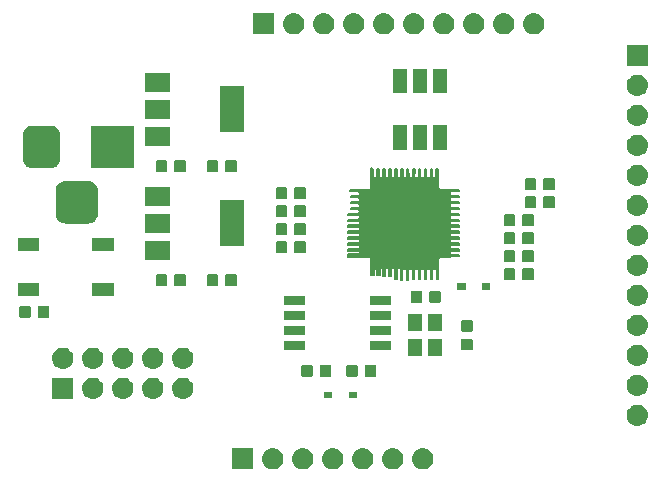
<source format=gbr>
%TF.GenerationSoftware,KiCad,Pcbnew,5.0.2*%
%TF.CreationDate,2019-02-13T10:06:58+08:00*%
%TF.ProjectId,ice40up5k-qfn48,69636534-3075-4703-956b-2d71666e3438,rev?*%
%TF.SameCoordinates,Original*%
%TF.FileFunction,Soldermask,Top*%
%TF.FilePolarity,Negative*%
%FSLAX46Y46*%
G04 Gerber Fmt 4.6, Leading zero omitted, Abs format (unit mm)*
G04 Created by KiCad (PCBNEW 5.0.2) date 2019年02月13日 星期三 10时06分58秒*
%MOMM*%
%LPD*%
G01*
G04 APERTURE LIST*
%ADD10C,0.200000*%
%ADD11C,0.350000*%
G04 APERTURE END LIST*
D10*
X127508000Y-57505600D02*
X128219200Y-57505600D01*
X127508000Y-57353200D02*
X127508000Y-57505600D01*
X128219200Y-57353200D02*
X127508000Y-57353200D01*
X127508000Y-56997600D02*
X128168400Y-56997600D01*
X127508000Y-56845200D02*
X127508000Y-56997600D01*
X128270000Y-56845200D02*
X127508000Y-56845200D01*
X127508000Y-56489600D02*
X128270000Y-56489600D01*
X127508000Y-56337200D02*
X127508000Y-56489600D01*
X128371600Y-56337200D02*
X127508000Y-56337200D01*
X127457200Y-55981600D02*
X128270000Y-55981600D01*
X127457200Y-55829200D02*
X127457200Y-55981600D01*
X128473200Y-55829200D02*
X127457200Y-55829200D01*
X127254000Y-57861200D02*
X128320800Y-57861200D01*
X127254000Y-58013600D02*
X127254000Y-57861200D01*
X128320800Y-58013600D02*
X127254000Y-58013600D01*
X127254000Y-58521600D02*
X128219200Y-58521600D01*
X127254000Y-58369200D02*
X127254000Y-58521600D01*
X128320800Y-58369200D02*
X127254000Y-58369200D01*
X127254000Y-58826400D02*
X128270000Y-58826400D01*
X127254000Y-58978800D02*
X127254000Y-58826400D01*
X128270000Y-58978800D02*
X127254000Y-58978800D01*
X127254000Y-59334400D02*
X128320800Y-59334400D01*
X127254000Y-59486800D02*
X127254000Y-59334400D01*
X128270000Y-59486800D02*
X127254000Y-59486800D01*
X127254000Y-59842400D02*
X128270000Y-59842400D01*
X127254000Y-59994800D02*
X127254000Y-59842400D01*
X128270000Y-59994800D02*
X127254000Y-59994800D01*
X127254000Y-60350400D02*
X128219200Y-60350400D01*
X127254000Y-60502800D02*
X127254000Y-60350400D01*
X128270000Y-60502800D02*
X127254000Y-60502800D01*
X127254000Y-60858400D02*
X127254000Y-60960000D01*
X128270000Y-60858400D02*
X127254000Y-60858400D01*
X128270000Y-61010800D02*
X128270000Y-60858400D01*
X127254000Y-61010800D02*
X128270000Y-61010800D01*
X128117600Y-61366400D02*
X127355600Y-61417200D01*
X128168400Y-61315600D02*
X128117600Y-61366400D01*
X127254000Y-61315600D02*
X128168400Y-61315600D01*
X127254000Y-61518800D02*
X127254000Y-61315600D01*
X128219200Y-61518800D02*
X127254000Y-61518800D01*
X130911600Y-63144400D02*
X130911600Y-62484000D01*
X130759200Y-63144400D02*
X130911600Y-63144400D01*
X130759200Y-62484000D02*
X130759200Y-63144400D01*
X130403600Y-63144400D02*
X130403600Y-62382400D01*
X130251200Y-63144400D02*
X130403600Y-63144400D01*
X130251200Y-62433200D02*
X130251200Y-63144400D01*
X129844800Y-62331600D02*
X129844800Y-63093600D01*
X129946400Y-62280800D02*
X129844800Y-62331600D01*
X129946400Y-63093600D02*
X129946400Y-62280800D01*
X129743200Y-63093600D02*
X129946400Y-63093600D01*
X129743200Y-62382400D02*
X129743200Y-63093600D01*
X129336800Y-62382400D02*
X129336800Y-63042800D01*
X129438400Y-62433200D02*
X129336800Y-62382400D01*
X129438400Y-63093600D02*
X129438400Y-62433200D01*
X129235200Y-63093600D02*
X129438400Y-63093600D01*
X129235200Y-62280800D02*
X129235200Y-63093600D01*
X131419600Y-63398400D02*
X131419600Y-62433200D01*
X131267200Y-63398400D02*
X131419600Y-63398400D01*
X131267200Y-62484000D02*
X131267200Y-63398400D01*
X131876800Y-63449200D02*
X131876800Y-62534800D01*
X131724400Y-63449200D02*
X131876800Y-63449200D01*
X131724400Y-62484000D02*
X131724400Y-63449200D01*
X132384800Y-63449200D02*
X132384800Y-62484000D01*
X132232400Y-63449200D02*
X132384800Y-63449200D01*
X132232400Y-62484000D02*
X132232400Y-63449200D01*
X132892800Y-63398400D02*
X132892800Y-62484000D01*
X132740400Y-63398400D02*
X132892800Y-63398400D01*
X132740400Y-62484000D02*
X132740400Y-63398400D01*
X133400800Y-63398400D02*
X133400800Y-62534800D01*
X133248400Y-63398400D02*
X133400800Y-63398400D01*
X133248400Y-62433200D02*
X133248400Y-63398400D01*
X133908800Y-63398400D02*
X133908800Y-62484000D01*
X133756400Y-63398400D02*
X133908800Y-63398400D01*
X133756400Y-62433200D02*
X133756400Y-63398400D01*
X134416800Y-63398400D02*
X134416800Y-62484000D01*
X134264400Y-63398400D02*
X134416800Y-63398400D01*
X134264400Y-62484000D02*
X134264400Y-63398400D01*
X134924800Y-63398400D02*
X134924800Y-62534800D01*
X134772400Y-63398400D02*
X134924800Y-63398400D01*
X134772400Y-62433200D02*
X134772400Y-63398400D01*
X136652000Y-61468000D02*
X135940800Y-61468000D01*
X136652000Y-61366400D02*
X136652000Y-61468000D01*
X135890000Y-61366400D02*
X136652000Y-61366400D01*
X135890000Y-61010800D02*
X136652000Y-61010800D01*
X136652000Y-60858400D02*
X136652000Y-61010800D01*
X135890000Y-60858400D02*
X136652000Y-60858400D01*
X136652000Y-60502800D02*
X135940800Y-60502800D01*
X136652000Y-60350400D02*
X136652000Y-60502800D01*
X135890000Y-60350400D02*
X136652000Y-60350400D01*
X136652000Y-59994800D02*
X135940800Y-59994800D01*
X136652000Y-59842400D02*
X136652000Y-59994800D01*
X135940800Y-59842400D02*
X136652000Y-59842400D01*
X135940800Y-59436000D02*
X136601200Y-59436000D01*
X135991600Y-59537600D02*
X135940800Y-59436000D01*
X136652000Y-59537600D02*
X135991600Y-59537600D01*
X136652000Y-59334400D02*
X136652000Y-59537600D01*
X135940800Y-59334400D02*
X136652000Y-59334400D01*
X135940800Y-58978800D02*
X136601200Y-58928000D01*
X135940800Y-59029600D02*
X135940800Y-58978800D01*
X136652000Y-59029600D02*
X135940800Y-59029600D01*
X136652000Y-58826400D02*
X136652000Y-59029600D01*
X135839200Y-58826400D02*
X136652000Y-58826400D01*
X135940800Y-58521600D02*
X136652000Y-58521600D01*
X136652000Y-58369200D02*
X136652000Y-58521600D01*
X135737600Y-58369200D02*
X136652000Y-58369200D01*
X136652000Y-58013600D02*
X135839200Y-58013600D01*
X136652000Y-57861200D02*
X136652000Y-58013600D01*
X135636000Y-57861200D02*
X136652000Y-57861200D01*
X135890000Y-57505600D02*
X136652000Y-57505600D01*
X136652000Y-57353200D02*
X136652000Y-57505600D01*
X135839200Y-57353200D02*
X136652000Y-57353200D01*
X136652000Y-56997600D02*
X135890000Y-56997600D01*
X136652000Y-56845200D02*
X136652000Y-56997600D01*
X135940800Y-56845200D02*
X136652000Y-56845200D01*
X136652000Y-56489600D02*
X135991600Y-56489600D01*
X136652000Y-56337200D02*
X136652000Y-56489600D01*
X135534400Y-56337200D02*
X136652000Y-56337200D01*
X136652000Y-55981600D02*
X135940800Y-55981600D01*
X136652000Y-55829200D02*
X136652000Y-55981600D01*
X135534400Y-55829200D02*
X136652000Y-55829200D01*
X134874000Y-54102000D02*
X134874000Y-55016400D01*
X134721600Y-54102000D02*
X134874000Y-54102000D01*
X134721600Y-55372000D02*
X134721600Y-54102000D01*
X134416800Y-54102000D02*
X134416800Y-55067200D01*
X134264400Y-54102000D02*
X134416800Y-54102000D01*
X134264400Y-55321200D02*
X134264400Y-54102000D01*
X133908800Y-54102000D02*
X133908800Y-54864000D01*
X133756400Y-54102000D02*
X133908800Y-54102000D01*
X133756400Y-55321200D02*
X133756400Y-54102000D01*
X133398260Y-54074060D02*
X133405880Y-55024020D01*
X133256020Y-54086760D02*
X133398260Y-54074060D01*
X133268720Y-55123080D02*
X133256020Y-54086760D01*
X132910580Y-54063900D02*
X132902960Y-54957980D01*
X132750560Y-54071520D02*
X132910580Y-54063900D01*
X132750560Y-54957980D02*
X132750560Y-54071520D01*
X132392420Y-54058820D02*
X132400040Y-54841140D01*
X132247640Y-54051200D02*
X132392420Y-54058820D01*
X132257800Y-55024020D02*
X132247640Y-54051200D01*
X131904740Y-54071520D02*
X131904740Y-54744620D01*
X131759960Y-54056280D02*
X131904740Y-54071520D01*
X131770120Y-55369460D02*
X131759960Y-54056280D01*
X131414520Y-54096920D02*
X131409440Y-54884320D01*
X131246880Y-54096920D02*
X131414520Y-54096920D01*
X131269740Y-55171340D02*
X131246880Y-54096920D01*
X130911600Y-54068980D02*
X130901440Y-54866540D01*
X130761740Y-54074060D02*
X130911600Y-54068980D01*
X130761740Y-55257700D02*
X130761740Y-54074060D01*
X130413760Y-54107080D02*
X130403600Y-54856380D01*
X130251200Y-54112160D02*
X130413760Y-54107080D01*
X130251200Y-55280560D02*
X130251200Y-54112160D01*
X129882900Y-54084220D02*
X129882900Y-54787800D01*
X129755900Y-54107080D02*
X129882900Y-54084220D01*
X129748280Y-55336440D02*
X129738120Y-54079140D01*
X129230120Y-54033420D02*
X129252980Y-54815740D01*
X129402840Y-54041040D02*
X129230120Y-54033420D01*
X129392680Y-55290720D02*
X129402840Y-54041040D01*
D11*
G36*
X133714443Y-77718519D02*
X133780627Y-77725037D01*
X133893853Y-77759384D01*
X133950467Y-77776557D01*
X134089087Y-77850652D01*
X134106991Y-77860222D01*
X134142729Y-77889552D01*
X134244186Y-77972814D01*
X134327448Y-78074271D01*
X134356778Y-78110009D01*
X134356779Y-78110011D01*
X134440443Y-78266533D01*
X134440443Y-78266534D01*
X134491963Y-78436373D01*
X134509359Y-78613000D01*
X134491963Y-78789627D01*
X134457616Y-78902853D01*
X134440443Y-78959467D01*
X134366348Y-79098087D01*
X134356778Y-79115991D01*
X134327448Y-79151729D01*
X134244186Y-79253186D01*
X134142729Y-79336448D01*
X134106991Y-79365778D01*
X134106989Y-79365779D01*
X133950467Y-79449443D01*
X133893853Y-79466616D01*
X133780627Y-79500963D01*
X133714443Y-79507481D01*
X133648260Y-79514000D01*
X133559740Y-79514000D01*
X133493557Y-79507481D01*
X133427373Y-79500963D01*
X133314147Y-79466616D01*
X133257533Y-79449443D01*
X133101011Y-79365779D01*
X133101009Y-79365778D01*
X133065271Y-79336448D01*
X132963814Y-79253186D01*
X132880552Y-79151729D01*
X132851222Y-79115991D01*
X132841652Y-79098087D01*
X132767557Y-78959467D01*
X132750384Y-78902853D01*
X132716037Y-78789627D01*
X132698641Y-78613000D01*
X132716037Y-78436373D01*
X132767557Y-78266534D01*
X132767557Y-78266533D01*
X132851221Y-78110011D01*
X132851222Y-78110009D01*
X132880552Y-78074271D01*
X132963814Y-77972814D01*
X133065271Y-77889552D01*
X133101009Y-77860222D01*
X133118913Y-77850652D01*
X133257533Y-77776557D01*
X133314147Y-77759384D01*
X133427373Y-77725037D01*
X133493557Y-77718519D01*
X133559740Y-77712000D01*
X133648260Y-77712000D01*
X133714443Y-77718519D01*
X133714443Y-77718519D01*
G37*
G36*
X131174443Y-77718519D02*
X131240627Y-77725037D01*
X131353853Y-77759384D01*
X131410467Y-77776557D01*
X131549087Y-77850652D01*
X131566991Y-77860222D01*
X131602729Y-77889552D01*
X131704186Y-77972814D01*
X131787448Y-78074271D01*
X131816778Y-78110009D01*
X131816779Y-78110011D01*
X131900443Y-78266533D01*
X131900443Y-78266534D01*
X131951963Y-78436373D01*
X131969359Y-78613000D01*
X131951963Y-78789627D01*
X131917616Y-78902853D01*
X131900443Y-78959467D01*
X131826348Y-79098087D01*
X131816778Y-79115991D01*
X131787448Y-79151729D01*
X131704186Y-79253186D01*
X131602729Y-79336448D01*
X131566991Y-79365778D01*
X131566989Y-79365779D01*
X131410467Y-79449443D01*
X131353853Y-79466616D01*
X131240627Y-79500963D01*
X131174443Y-79507481D01*
X131108260Y-79514000D01*
X131019740Y-79514000D01*
X130953557Y-79507481D01*
X130887373Y-79500963D01*
X130774147Y-79466616D01*
X130717533Y-79449443D01*
X130561011Y-79365779D01*
X130561009Y-79365778D01*
X130525271Y-79336448D01*
X130423814Y-79253186D01*
X130340552Y-79151729D01*
X130311222Y-79115991D01*
X130301652Y-79098087D01*
X130227557Y-78959467D01*
X130210384Y-78902853D01*
X130176037Y-78789627D01*
X130158641Y-78613000D01*
X130176037Y-78436373D01*
X130227557Y-78266534D01*
X130227557Y-78266533D01*
X130311221Y-78110011D01*
X130311222Y-78110009D01*
X130340552Y-78074271D01*
X130423814Y-77972814D01*
X130525271Y-77889552D01*
X130561009Y-77860222D01*
X130578913Y-77850652D01*
X130717533Y-77776557D01*
X130774147Y-77759384D01*
X130887373Y-77725037D01*
X130953557Y-77718519D01*
X131019740Y-77712000D01*
X131108260Y-77712000D01*
X131174443Y-77718519D01*
X131174443Y-77718519D01*
G37*
G36*
X119265000Y-79514000D02*
X117463000Y-79514000D01*
X117463000Y-77712000D01*
X119265000Y-77712000D01*
X119265000Y-79514000D01*
X119265000Y-79514000D01*
G37*
G36*
X121014443Y-77718519D02*
X121080627Y-77725037D01*
X121193853Y-77759384D01*
X121250467Y-77776557D01*
X121389087Y-77850652D01*
X121406991Y-77860222D01*
X121442729Y-77889552D01*
X121544186Y-77972814D01*
X121627448Y-78074271D01*
X121656778Y-78110009D01*
X121656779Y-78110011D01*
X121740443Y-78266533D01*
X121740443Y-78266534D01*
X121791963Y-78436373D01*
X121809359Y-78613000D01*
X121791963Y-78789627D01*
X121757616Y-78902853D01*
X121740443Y-78959467D01*
X121666348Y-79098087D01*
X121656778Y-79115991D01*
X121627448Y-79151729D01*
X121544186Y-79253186D01*
X121442729Y-79336448D01*
X121406991Y-79365778D01*
X121406989Y-79365779D01*
X121250467Y-79449443D01*
X121193853Y-79466616D01*
X121080627Y-79500963D01*
X121014443Y-79507481D01*
X120948260Y-79514000D01*
X120859740Y-79514000D01*
X120793557Y-79507481D01*
X120727373Y-79500963D01*
X120614147Y-79466616D01*
X120557533Y-79449443D01*
X120401011Y-79365779D01*
X120401009Y-79365778D01*
X120365271Y-79336448D01*
X120263814Y-79253186D01*
X120180552Y-79151729D01*
X120151222Y-79115991D01*
X120141652Y-79098087D01*
X120067557Y-78959467D01*
X120050384Y-78902853D01*
X120016037Y-78789627D01*
X119998641Y-78613000D01*
X120016037Y-78436373D01*
X120067557Y-78266534D01*
X120067557Y-78266533D01*
X120151221Y-78110011D01*
X120151222Y-78110009D01*
X120180552Y-78074271D01*
X120263814Y-77972814D01*
X120365271Y-77889552D01*
X120401009Y-77860222D01*
X120418913Y-77850652D01*
X120557533Y-77776557D01*
X120614147Y-77759384D01*
X120727373Y-77725037D01*
X120793557Y-77718519D01*
X120859740Y-77712000D01*
X120948260Y-77712000D01*
X121014443Y-77718519D01*
X121014443Y-77718519D01*
G37*
G36*
X126094443Y-77718519D02*
X126160627Y-77725037D01*
X126273853Y-77759384D01*
X126330467Y-77776557D01*
X126469087Y-77850652D01*
X126486991Y-77860222D01*
X126522729Y-77889552D01*
X126624186Y-77972814D01*
X126707448Y-78074271D01*
X126736778Y-78110009D01*
X126736779Y-78110011D01*
X126820443Y-78266533D01*
X126820443Y-78266534D01*
X126871963Y-78436373D01*
X126889359Y-78613000D01*
X126871963Y-78789627D01*
X126837616Y-78902853D01*
X126820443Y-78959467D01*
X126746348Y-79098087D01*
X126736778Y-79115991D01*
X126707448Y-79151729D01*
X126624186Y-79253186D01*
X126522729Y-79336448D01*
X126486991Y-79365778D01*
X126486989Y-79365779D01*
X126330467Y-79449443D01*
X126273853Y-79466616D01*
X126160627Y-79500963D01*
X126094443Y-79507481D01*
X126028260Y-79514000D01*
X125939740Y-79514000D01*
X125873557Y-79507481D01*
X125807373Y-79500963D01*
X125694147Y-79466616D01*
X125637533Y-79449443D01*
X125481011Y-79365779D01*
X125481009Y-79365778D01*
X125445271Y-79336448D01*
X125343814Y-79253186D01*
X125260552Y-79151729D01*
X125231222Y-79115991D01*
X125221652Y-79098087D01*
X125147557Y-78959467D01*
X125130384Y-78902853D01*
X125096037Y-78789627D01*
X125078641Y-78613000D01*
X125096037Y-78436373D01*
X125147557Y-78266534D01*
X125147557Y-78266533D01*
X125231221Y-78110011D01*
X125231222Y-78110009D01*
X125260552Y-78074271D01*
X125343814Y-77972814D01*
X125445271Y-77889552D01*
X125481009Y-77860222D01*
X125498913Y-77850652D01*
X125637533Y-77776557D01*
X125694147Y-77759384D01*
X125807373Y-77725037D01*
X125873557Y-77718519D01*
X125939740Y-77712000D01*
X126028260Y-77712000D01*
X126094443Y-77718519D01*
X126094443Y-77718519D01*
G37*
G36*
X123554443Y-77718519D02*
X123620627Y-77725037D01*
X123733853Y-77759384D01*
X123790467Y-77776557D01*
X123929087Y-77850652D01*
X123946991Y-77860222D01*
X123982729Y-77889552D01*
X124084186Y-77972814D01*
X124167448Y-78074271D01*
X124196778Y-78110009D01*
X124196779Y-78110011D01*
X124280443Y-78266533D01*
X124280443Y-78266534D01*
X124331963Y-78436373D01*
X124349359Y-78613000D01*
X124331963Y-78789627D01*
X124297616Y-78902853D01*
X124280443Y-78959467D01*
X124206348Y-79098087D01*
X124196778Y-79115991D01*
X124167448Y-79151729D01*
X124084186Y-79253186D01*
X123982729Y-79336448D01*
X123946991Y-79365778D01*
X123946989Y-79365779D01*
X123790467Y-79449443D01*
X123733853Y-79466616D01*
X123620627Y-79500963D01*
X123554443Y-79507481D01*
X123488260Y-79514000D01*
X123399740Y-79514000D01*
X123333557Y-79507481D01*
X123267373Y-79500963D01*
X123154147Y-79466616D01*
X123097533Y-79449443D01*
X122941011Y-79365779D01*
X122941009Y-79365778D01*
X122905271Y-79336448D01*
X122803814Y-79253186D01*
X122720552Y-79151729D01*
X122691222Y-79115991D01*
X122681652Y-79098087D01*
X122607557Y-78959467D01*
X122590384Y-78902853D01*
X122556037Y-78789627D01*
X122538641Y-78613000D01*
X122556037Y-78436373D01*
X122607557Y-78266534D01*
X122607557Y-78266533D01*
X122691221Y-78110011D01*
X122691222Y-78110009D01*
X122720552Y-78074271D01*
X122803814Y-77972814D01*
X122905271Y-77889552D01*
X122941009Y-77860222D01*
X122958913Y-77850652D01*
X123097533Y-77776557D01*
X123154147Y-77759384D01*
X123267373Y-77725037D01*
X123333557Y-77718519D01*
X123399740Y-77712000D01*
X123488260Y-77712000D01*
X123554443Y-77718519D01*
X123554443Y-77718519D01*
G37*
G36*
X128634443Y-77718519D02*
X128700627Y-77725037D01*
X128813853Y-77759384D01*
X128870467Y-77776557D01*
X129009087Y-77850652D01*
X129026991Y-77860222D01*
X129062729Y-77889552D01*
X129164186Y-77972814D01*
X129247448Y-78074271D01*
X129276778Y-78110009D01*
X129276779Y-78110011D01*
X129360443Y-78266533D01*
X129360443Y-78266534D01*
X129411963Y-78436373D01*
X129429359Y-78613000D01*
X129411963Y-78789627D01*
X129377616Y-78902853D01*
X129360443Y-78959467D01*
X129286348Y-79098087D01*
X129276778Y-79115991D01*
X129247448Y-79151729D01*
X129164186Y-79253186D01*
X129062729Y-79336448D01*
X129026991Y-79365778D01*
X129026989Y-79365779D01*
X128870467Y-79449443D01*
X128813853Y-79466616D01*
X128700627Y-79500963D01*
X128634443Y-79507481D01*
X128568260Y-79514000D01*
X128479740Y-79514000D01*
X128413557Y-79507481D01*
X128347373Y-79500963D01*
X128234147Y-79466616D01*
X128177533Y-79449443D01*
X128021011Y-79365779D01*
X128021009Y-79365778D01*
X127985271Y-79336448D01*
X127883814Y-79253186D01*
X127800552Y-79151729D01*
X127771222Y-79115991D01*
X127761652Y-79098087D01*
X127687557Y-78959467D01*
X127670384Y-78902853D01*
X127636037Y-78789627D01*
X127618641Y-78613000D01*
X127636037Y-78436373D01*
X127687557Y-78266534D01*
X127687557Y-78266533D01*
X127771221Y-78110011D01*
X127771222Y-78110009D01*
X127800552Y-78074271D01*
X127883814Y-77972814D01*
X127985271Y-77889552D01*
X128021009Y-77860222D01*
X128038913Y-77850652D01*
X128177533Y-77776557D01*
X128234147Y-77759384D01*
X128347373Y-77725037D01*
X128413557Y-77718519D01*
X128479740Y-77712000D01*
X128568260Y-77712000D01*
X128634443Y-77718519D01*
X128634443Y-77718519D01*
G37*
G36*
X151875442Y-74035518D02*
X151941627Y-74042037D01*
X152054853Y-74076384D01*
X152111467Y-74093557D01*
X152250087Y-74167652D01*
X152267991Y-74177222D01*
X152303729Y-74206552D01*
X152405186Y-74289814D01*
X152488448Y-74391271D01*
X152517778Y-74427009D01*
X152517779Y-74427011D01*
X152601443Y-74583533D01*
X152601443Y-74583534D01*
X152652963Y-74753373D01*
X152670359Y-74930000D01*
X152652963Y-75106627D01*
X152618616Y-75219853D01*
X152601443Y-75276467D01*
X152527348Y-75415087D01*
X152517778Y-75432991D01*
X152488448Y-75468729D01*
X152405186Y-75570186D01*
X152303729Y-75653448D01*
X152267991Y-75682778D01*
X152267989Y-75682779D01*
X152111467Y-75766443D01*
X152054853Y-75783616D01*
X151941627Y-75817963D01*
X151875442Y-75824482D01*
X151809260Y-75831000D01*
X151720740Y-75831000D01*
X151654558Y-75824482D01*
X151588373Y-75817963D01*
X151475147Y-75783616D01*
X151418533Y-75766443D01*
X151262011Y-75682779D01*
X151262009Y-75682778D01*
X151226271Y-75653448D01*
X151124814Y-75570186D01*
X151041552Y-75468729D01*
X151012222Y-75432991D01*
X151002652Y-75415087D01*
X150928557Y-75276467D01*
X150911384Y-75219853D01*
X150877037Y-75106627D01*
X150859641Y-74930000D01*
X150877037Y-74753373D01*
X150928557Y-74583534D01*
X150928557Y-74583533D01*
X151012221Y-74427011D01*
X151012222Y-74427009D01*
X151041552Y-74391271D01*
X151124814Y-74289814D01*
X151226271Y-74206552D01*
X151262009Y-74177222D01*
X151279913Y-74167652D01*
X151418533Y-74093557D01*
X151475147Y-74076384D01*
X151588373Y-74042037D01*
X151654558Y-74035518D01*
X151720740Y-74029000D01*
X151809260Y-74029000D01*
X151875442Y-74035518D01*
X151875442Y-74035518D01*
G37*
G36*
X108314442Y-71749518D02*
X108380627Y-71756037D01*
X108493853Y-71790384D01*
X108550467Y-71807557D01*
X108689087Y-71881652D01*
X108706991Y-71891222D01*
X108742729Y-71920552D01*
X108844186Y-72003814D01*
X108927448Y-72105271D01*
X108956778Y-72141009D01*
X108956779Y-72141011D01*
X109040443Y-72297533D01*
X109040443Y-72297534D01*
X109091963Y-72467373D01*
X109109359Y-72644000D01*
X109091963Y-72820627D01*
X109062530Y-72917656D01*
X109040443Y-72990467D01*
X109019213Y-73030185D01*
X108956778Y-73146991D01*
X108927448Y-73182729D01*
X108844186Y-73284186D01*
X108742729Y-73367448D01*
X108706991Y-73396778D01*
X108706989Y-73396779D01*
X108550467Y-73480443D01*
X108493853Y-73497616D01*
X108380627Y-73531963D01*
X108314442Y-73538482D01*
X108248260Y-73545000D01*
X108159740Y-73545000D01*
X108093558Y-73538482D01*
X108027373Y-73531963D01*
X107914147Y-73497616D01*
X107857533Y-73480443D01*
X107701011Y-73396779D01*
X107701009Y-73396778D01*
X107665271Y-73367448D01*
X107563814Y-73284186D01*
X107480552Y-73182729D01*
X107451222Y-73146991D01*
X107388787Y-73030185D01*
X107367557Y-72990467D01*
X107345470Y-72917656D01*
X107316037Y-72820627D01*
X107298641Y-72644000D01*
X107316037Y-72467373D01*
X107367557Y-72297534D01*
X107367557Y-72297533D01*
X107451221Y-72141011D01*
X107451222Y-72141009D01*
X107480552Y-72105271D01*
X107563814Y-72003814D01*
X107665271Y-71920552D01*
X107701009Y-71891222D01*
X107718913Y-71881652D01*
X107857533Y-71807557D01*
X107914147Y-71790384D01*
X108027373Y-71756037D01*
X108093558Y-71749518D01*
X108159740Y-71743000D01*
X108248260Y-71743000D01*
X108314442Y-71749518D01*
X108314442Y-71749518D01*
G37*
G36*
X113394442Y-71749518D02*
X113460627Y-71756037D01*
X113573853Y-71790384D01*
X113630467Y-71807557D01*
X113769087Y-71881652D01*
X113786991Y-71891222D01*
X113822729Y-71920552D01*
X113924186Y-72003814D01*
X114007448Y-72105271D01*
X114036778Y-72141009D01*
X114036779Y-72141011D01*
X114120443Y-72297533D01*
X114120443Y-72297534D01*
X114171963Y-72467373D01*
X114189359Y-72644000D01*
X114171963Y-72820627D01*
X114142530Y-72917656D01*
X114120443Y-72990467D01*
X114099213Y-73030185D01*
X114036778Y-73146991D01*
X114007448Y-73182729D01*
X113924186Y-73284186D01*
X113822729Y-73367448D01*
X113786991Y-73396778D01*
X113786989Y-73396779D01*
X113630467Y-73480443D01*
X113573853Y-73497616D01*
X113460627Y-73531963D01*
X113394442Y-73538482D01*
X113328260Y-73545000D01*
X113239740Y-73545000D01*
X113173558Y-73538482D01*
X113107373Y-73531963D01*
X112994147Y-73497616D01*
X112937533Y-73480443D01*
X112781011Y-73396779D01*
X112781009Y-73396778D01*
X112745271Y-73367448D01*
X112643814Y-73284186D01*
X112560552Y-73182729D01*
X112531222Y-73146991D01*
X112468787Y-73030185D01*
X112447557Y-72990467D01*
X112425470Y-72917656D01*
X112396037Y-72820627D01*
X112378641Y-72644000D01*
X112396037Y-72467373D01*
X112447557Y-72297534D01*
X112447557Y-72297533D01*
X112531221Y-72141011D01*
X112531222Y-72141009D01*
X112560552Y-72105271D01*
X112643814Y-72003814D01*
X112745271Y-71920552D01*
X112781009Y-71891222D01*
X112798913Y-71881652D01*
X112937533Y-71807557D01*
X112994147Y-71790384D01*
X113107373Y-71756037D01*
X113173558Y-71749518D01*
X113239740Y-71743000D01*
X113328260Y-71743000D01*
X113394442Y-71749518D01*
X113394442Y-71749518D01*
G37*
G36*
X110854442Y-71749518D02*
X110920627Y-71756037D01*
X111033853Y-71790384D01*
X111090467Y-71807557D01*
X111229087Y-71881652D01*
X111246991Y-71891222D01*
X111282729Y-71920552D01*
X111384186Y-72003814D01*
X111467448Y-72105271D01*
X111496778Y-72141009D01*
X111496779Y-72141011D01*
X111580443Y-72297533D01*
X111580443Y-72297534D01*
X111631963Y-72467373D01*
X111649359Y-72644000D01*
X111631963Y-72820627D01*
X111602530Y-72917656D01*
X111580443Y-72990467D01*
X111559213Y-73030185D01*
X111496778Y-73146991D01*
X111467448Y-73182729D01*
X111384186Y-73284186D01*
X111282729Y-73367448D01*
X111246991Y-73396778D01*
X111246989Y-73396779D01*
X111090467Y-73480443D01*
X111033853Y-73497616D01*
X110920627Y-73531963D01*
X110854442Y-73538482D01*
X110788260Y-73545000D01*
X110699740Y-73545000D01*
X110633558Y-73538482D01*
X110567373Y-73531963D01*
X110454147Y-73497616D01*
X110397533Y-73480443D01*
X110241011Y-73396779D01*
X110241009Y-73396778D01*
X110205271Y-73367448D01*
X110103814Y-73284186D01*
X110020552Y-73182729D01*
X109991222Y-73146991D01*
X109928787Y-73030185D01*
X109907557Y-72990467D01*
X109885470Y-72917656D01*
X109856037Y-72820627D01*
X109838641Y-72644000D01*
X109856037Y-72467373D01*
X109907557Y-72297534D01*
X109907557Y-72297533D01*
X109991221Y-72141011D01*
X109991222Y-72141009D01*
X110020552Y-72105271D01*
X110103814Y-72003814D01*
X110205271Y-71920552D01*
X110241009Y-71891222D01*
X110258913Y-71881652D01*
X110397533Y-71807557D01*
X110454147Y-71790384D01*
X110567373Y-71756037D01*
X110633558Y-71749518D01*
X110699740Y-71743000D01*
X110788260Y-71743000D01*
X110854442Y-71749518D01*
X110854442Y-71749518D01*
G37*
G36*
X105774442Y-71749518D02*
X105840627Y-71756037D01*
X105953853Y-71790384D01*
X106010467Y-71807557D01*
X106149087Y-71881652D01*
X106166991Y-71891222D01*
X106202729Y-71920552D01*
X106304186Y-72003814D01*
X106387448Y-72105271D01*
X106416778Y-72141009D01*
X106416779Y-72141011D01*
X106500443Y-72297533D01*
X106500443Y-72297534D01*
X106551963Y-72467373D01*
X106569359Y-72644000D01*
X106551963Y-72820627D01*
X106522530Y-72917656D01*
X106500443Y-72990467D01*
X106479213Y-73030185D01*
X106416778Y-73146991D01*
X106387448Y-73182729D01*
X106304186Y-73284186D01*
X106202729Y-73367448D01*
X106166991Y-73396778D01*
X106166989Y-73396779D01*
X106010467Y-73480443D01*
X105953853Y-73497616D01*
X105840627Y-73531963D01*
X105774442Y-73538482D01*
X105708260Y-73545000D01*
X105619740Y-73545000D01*
X105553558Y-73538482D01*
X105487373Y-73531963D01*
X105374147Y-73497616D01*
X105317533Y-73480443D01*
X105161011Y-73396779D01*
X105161009Y-73396778D01*
X105125271Y-73367448D01*
X105023814Y-73284186D01*
X104940552Y-73182729D01*
X104911222Y-73146991D01*
X104848787Y-73030185D01*
X104827557Y-72990467D01*
X104805470Y-72917656D01*
X104776037Y-72820627D01*
X104758641Y-72644000D01*
X104776037Y-72467373D01*
X104827557Y-72297534D01*
X104827557Y-72297533D01*
X104911221Y-72141011D01*
X104911222Y-72141009D01*
X104940552Y-72105271D01*
X105023814Y-72003814D01*
X105125271Y-71920552D01*
X105161009Y-71891222D01*
X105178913Y-71881652D01*
X105317533Y-71807557D01*
X105374147Y-71790384D01*
X105487373Y-71756037D01*
X105553558Y-71749518D01*
X105619740Y-71743000D01*
X105708260Y-71743000D01*
X105774442Y-71749518D01*
X105774442Y-71749518D01*
G37*
G36*
X104025000Y-73545000D02*
X102223000Y-73545000D01*
X102223000Y-71743000D01*
X104025000Y-71743000D01*
X104025000Y-73545000D01*
X104025000Y-73545000D01*
G37*
G36*
X125920000Y-73469656D02*
X125218000Y-73469656D01*
X125218000Y-72917656D01*
X125920000Y-72917656D01*
X125920000Y-73469656D01*
X125920000Y-73469656D01*
G37*
G36*
X128020000Y-73469656D02*
X127318000Y-73469656D01*
X127318000Y-72917656D01*
X128020000Y-72917656D01*
X128020000Y-73469656D01*
X128020000Y-73469656D01*
G37*
G36*
X151875443Y-71495519D02*
X151941627Y-71502037D01*
X152054853Y-71536384D01*
X152111467Y-71553557D01*
X152152004Y-71575225D01*
X152267991Y-71637222D01*
X152279286Y-71646492D01*
X152405186Y-71749814D01*
X152488448Y-71851271D01*
X152517778Y-71887009D01*
X152517779Y-71887011D01*
X152601443Y-72043533D01*
X152601443Y-72043534D01*
X152652963Y-72213373D01*
X152670359Y-72390000D01*
X152652963Y-72566627D01*
X152629492Y-72644000D01*
X152601443Y-72736467D01*
X152556459Y-72820625D01*
X152517778Y-72892991D01*
X152497536Y-72917656D01*
X152405186Y-73030186D01*
X152303729Y-73113448D01*
X152267991Y-73142778D01*
X152267989Y-73142779D01*
X152111467Y-73226443D01*
X152054853Y-73243616D01*
X151941627Y-73277963D01*
X151878453Y-73284185D01*
X151809260Y-73291000D01*
X151720740Y-73291000D01*
X151651547Y-73284185D01*
X151588373Y-73277963D01*
X151475147Y-73243616D01*
X151418533Y-73226443D01*
X151262011Y-73142779D01*
X151262009Y-73142778D01*
X151226271Y-73113448D01*
X151124814Y-73030186D01*
X151032464Y-72917656D01*
X151012222Y-72892991D01*
X150973541Y-72820625D01*
X150928557Y-72736467D01*
X150900508Y-72644000D01*
X150877037Y-72566627D01*
X150859641Y-72390000D01*
X150877037Y-72213373D01*
X150928557Y-72043534D01*
X150928557Y-72043533D01*
X151012221Y-71887011D01*
X151012222Y-71887009D01*
X151041552Y-71851271D01*
X151124814Y-71749814D01*
X151250714Y-71646492D01*
X151262009Y-71637222D01*
X151377996Y-71575225D01*
X151418533Y-71553557D01*
X151475147Y-71536384D01*
X151588373Y-71502037D01*
X151654557Y-71495519D01*
X151720740Y-71489000D01*
X151809260Y-71489000D01*
X151875443Y-71495519D01*
X151875443Y-71495519D01*
G37*
G36*
X127951591Y-70639741D02*
X127985569Y-70650049D01*
X128016887Y-70666789D01*
X128044339Y-70689317D01*
X128066867Y-70716769D01*
X128083607Y-70748087D01*
X128093915Y-70782065D01*
X128098000Y-70823546D01*
X128098000Y-71499766D01*
X128093915Y-71541247D01*
X128083607Y-71575225D01*
X128066867Y-71606543D01*
X128044339Y-71633995D01*
X128016887Y-71656523D01*
X127985569Y-71673263D01*
X127951591Y-71683571D01*
X127910110Y-71687656D01*
X127308890Y-71687656D01*
X127267409Y-71683571D01*
X127233431Y-71673263D01*
X127202113Y-71656523D01*
X127174661Y-71633995D01*
X127152133Y-71606543D01*
X127135393Y-71575225D01*
X127125085Y-71541247D01*
X127121000Y-71499766D01*
X127121000Y-70823546D01*
X127125085Y-70782065D01*
X127135393Y-70748087D01*
X127152133Y-70716769D01*
X127174661Y-70689317D01*
X127202113Y-70666789D01*
X127233431Y-70650049D01*
X127267409Y-70639741D01*
X127308890Y-70635656D01*
X127910110Y-70635656D01*
X127951591Y-70639741D01*
X127951591Y-70639741D01*
G37*
G36*
X124141591Y-70639741D02*
X124175569Y-70650049D01*
X124206887Y-70666789D01*
X124234339Y-70689317D01*
X124256867Y-70716769D01*
X124273607Y-70748087D01*
X124283915Y-70782065D01*
X124288000Y-70823546D01*
X124288000Y-71499766D01*
X124283915Y-71541247D01*
X124273607Y-71575225D01*
X124256867Y-71606543D01*
X124234339Y-71633995D01*
X124206887Y-71656523D01*
X124175569Y-71673263D01*
X124141591Y-71683571D01*
X124100110Y-71687656D01*
X123498890Y-71687656D01*
X123457409Y-71683571D01*
X123423431Y-71673263D01*
X123392113Y-71656523D01*
X123364661Y-71633995D01*
X123342133Y-71606543D01*
X123325393Y-71575225D01*
X123315085Y-71541247D01*
X123311000Y-71499766D01*
X123311000Y-70823546D01*
X123315085Y-70782065D01*
X123325393Y-70748087D01*
X123342133Y-70716769D01*
X123364661Y-70689317D01*
X123392113Y-70666789D01*
X123423431Y-70650049D01*
X123457409Y-70639741D01*
X123498890Y-70635656D01*
X124100110Y-70635656D01*
X124141591Y-70639741D01*
X124141591Y-70639741D01*
G37*
G36*
X129526591Y-70639741D02*
X129560569Y-70650049D01*
X129591887Y-70666789D01*
X129619339Y-70689317D01*
X129641867Y-70716769D01*
X129658607Y-70748087D01*
X129668915Y-70782065D01*
X129673000Y-70823546D01*
X129673000Y-71499766D01*
X129668915Y-71541247D01*
X129658607Y-71575225D01*
X129641867Y-71606543D01*
X129619339Y-71633995D01*
X129591887Y-71656523D01*
X129560569Y-71673263D01*
X129526591Y-71683571D01*
X129485110Y-71687656D01*
X128883890Y-71687656D01*
X128842409Y-71683571D01*
X128808431Y-71673263D01*
X128777113Y-71656523D01*
X128749661Y-71633995D01*
X128727133Y-71606543D01*
X128710393Y-71575225D01*
X128700085Y-71541247D01*
X128696000Y-71499766D01*
X128696000Y-70823546D01*
X128700085Y-70782065D01*
X128710393Y-70748087D01*
X128727133Y-70716769D01*
X128749661Y-70689317D01*
X128777113Y-70666789D01*
X128808431Y-70650049D01*
X128842409Y-70639741D01*
X128883890Y-70635656D01*
X129485110Y-70635656D01*
X129526591Y-70639741D01*
X129526591Y-70639741D01*
G37*
G36*
X125716591Y-70639741D02*
X125750569Y-70650049D01*
X125781887Y-70666789D01*
X125809339Y-70689317D01*
X125831867Y-70716769D01*
X125848607Y-70748087D01*
X125858915Y-70782065D01*
X125863000Y-70823546D01*
X125863000Y-71499766D01*
X125858915Y-71541247D01*
X125848607Y-71575225D01*
X125831867Y-71606543D01*
X125809339Y-71633995D01*
X125781887Y-71656523D01*
X125750569Y-71673263D01*
X125716591Y-71683571D01*
X125675110Y-71687656D01*
X125073890Y-71687656D01*
X125032409Y-71683571D01*
X124998431Y-71673263D01*
X124967113Y-71656523D01*
X124939661Y-71633995D01*
X124917133Y-71606543D01*
X124900393Y-71575225D01*
X124890085Y-71541247D01*
X124886000Y-71499766D01*
X124886000Y-70823546D01*
X124890085Y-70782065D01*
X124900393Y-70748087D01*
X124917133Y-70716769D01*
X124939661Y-70689317D01*
X124967113Y-70666789D01*
X124998431Y-70650049D01*
X125032409Y-70639741D01*
X125073890Y-70635656D01*
X125675110Y-70635656D01*
X125716591Y-70639741D01*
X125716591Y-70639741D01*
G37*
G36*
X110854443Y-69209519D02*
X110920627Y-69216037D01*
X111033853Y-69250384D01*
X111090467Y-69267557D01*
X111229087Y-69341652D01*
X111246991Y-69351222D01*
X111280419Y-69378656D01*
X111384186Y-69463814D01*
X111467448Y-69565271D01*
X111496778Y-69601009D01*
X111496779Y-69601011D01*
X111580443Y-69757533D01*
X111580443Y-69757534D01*
X111631963Y-69927373D01*
X111649359Y-70104000D01*
X111631963Y-70280627D01*
X111597616Y-70393853D01*
X111580443Y-70450467D01*
X111559213Y-70490185D01*
X111496778Y-70606991D01*
X111473253Y-70635656D01*
X111384186Y-70744186D01*
X111287484Y-70823546D01*
X111246991Y-70856778D01*
X111246989Y-70856779D01*
X111090467Y-70940443D01*
X111033853Y-70957616D01*
X110920627Y-70991963D01*
X110854443Y-70998481D01*
X110788260Y-71005000D01*
X110699740Y-71005000D01*
X110633557Y-70998481D01*
X110567373Y-70991963D01*
X110454147Y-70957616D01*
X110397533Y-70940443D01*
X110241011Y-70856779D01*
X110241009Y-70856778D01*
X110200516Y-70823546D01*
X110103814Y-70744186D01*
X110014747Y-70635656D01*
X109991222Y-70606991D01*
X109928787Y-70490185D01*
X109907557Y-70450467D01*
X109890384Y-70393853D01*
X109856037Y-70280627D01*
X109838641Y-70104000D01*
X109856037Y-69927373D01*
X109907557Y-69757534D01*
X109907557Y-69757533D01*
X109991221Y-69601011D01*
X109991222Y-69601009D01*
X110020552Y-69565271D01*
X110103814Y-69463814D01*
X110207581Y-69378656D01*
X110241009Y-69351222D01*
X110258913Y-69341652D01*
X110397533Y-69267557D01*
X110454147Y-69250384D01*
X110567373Y-69216037D01*
X110633557Y-69209519D01*
X110699740Y-69203000D01*
X110788260Y-69203000D01*
X110854443Y-69209519D01*
X110854443Y-69209519D01*
G37*
G36*
X108314443Y-69209519D02*
X108380627Y-69216037D01*
X108493853Y-69250384D01*
X108550467Y-69267557D01*
X108689087Y-69341652D01*
X108706991Y-69351222D01*
X108740419Y-69378656D01*
X108844186Y-69463814D01*
X108927448Y-69565271D01*
X108956778Y-69601009D01*
X108956779Y-69601011D01*
X109040443Y-69757533D01*
X109040443Y-69757534D01*
X109091963Y-69927373D01*
X109109359Y-70104000D01*
X109091963Y-70280627D01*
X109057616Y-70393853D01*
X109040443Y-70450467D01*
X109019213Y-70490185D01*
X108956778Y-70606991D01*
X108933253Y-70635656D01*
X108844186Y-70744186D01*
X108747484Y-70823546D01*
X108706991Y-70856778D01*
X108706989Y-70856779D01*
X108550467Y-70940443D01*
X108493853Y-70957616D01*
X108380627Y-70991963D01*
X108314443Y-70998481D01*
X108248260Y-71005000D01*
X108159740Y-71005000D01*
X108093557Y-70998481D01*
X108027373Y-70991963D01*
X107914147Y-70957616D01*
X107857533Y-70940443D01*
X107701011Y-70856779D01*
X107701009Y-70856778D01*
X107660516Y-70823546D01*
X107563814Y-70744186D01*
X107474747Y-70635656D01*
X107451222Y-70606991D01*
X107388787Y-70490185D01*
X107367557Y-70450467D01*
X107350384Y-70393853D01*
X107316037Y-70280627D01*
X107298641Y-70104000D01*
X107316037Y-69927373D01*
X107367557Y-69757534D01*
X107367557Y-69757533D01*
X107451221Y-69601011D01*
X107451222Y-69601009D01*
X107480552Y-69565271D01*
X107563814Y-69463814D01*
X107667581Y-69378656D01*
X107701009Y-69351222D01*
X107718913Y-69341652D01*
X107857533Y-69267557D01*
X107914147Y-69250384D01*
X108027373Y-69216037D01*
X108093557Y-69209519D01*
X108159740Y-69203000D01*
X108248260Y-69203000D01*
X108314443Y-69209519D01*
X108314443Y-69209519D01*
G37*
G36*
X105774443Y-69209519D02*
X105840627Y-69216037D01*
X105953853Y-69250384D01*
X106010467Y-69267557D01*
X106149087Y-69341652D01*
X106166991Y-69351222D01*
X106200419Y-69378656D01*
X106304186Y-69463814D01*
X106387448Y-69565271D01*
X106416778Y-69601009D01*
X106416779Y-69601011D01*
X106500443Y-69757533D01*
X106500443Y-69757534D01*
X106551963Y-69927373D01*
X106569359Y-70104000D01*
X106551963Y-70280627D01*
X106517616Y-70393853D01*
X106500443Y-70450467D01*
X106479213Y-70490185D01*
X106416778Y-70606991D01*
X106393253Y-70635656D01*
X106304186Y-70744186D01*
X106207484Y-70823546D01*
X106166991Y-70856778D01*
X106166989Y-70856779D01*
X106010467Y-70940443D01*
X105953853Y-70957616D01*
X105840627Y-70991963D01*
X105774443Y-70998481D01*
X105708260Y-71005000D01*
X105619740Y-71005000D01*
X105553557Y-70998481D01*
X105487373Y-70991963D01*
X105374147Y-70957616D01*
X105317533Y-70940443D01*
X105161011Y-70856779D01*
X105161009Y-70856778D01*
X105120516Y-70823546D01*
X105023814Y-70744186D01*
X104934747Y-70635656D01*
X104911222Y-70606991D01*
X104848787Y-70490185D01*
X104827557Y-70450467D01*
X104810384Y-70393853D01*
X104776037Y-70280627D01*
X104758641Y-70104000D01*
X104776037Y-69927373D01*
X104827557Y-69757534D01*
X104827557Y-69757533D01*
X104911221Y-69601011D01*
X104911222Y-69601009D01*
X104940552Y-69565271D01*
X105023814Y-69463814D01*
X105127581Y-69378656D01*
X105161009Y-69351222D01*
X105178913Y-69341652D01*
X105317533Y-69267557D01*
X105374147Y-69250384D01*
X105487373Y-69216037D01*
X105553557Y-69209519D01*
X105619740Y-69203000D01*
X105708260Y-69203000D01*
X105774443Y-69209519D01*
X105774443Y-69209519D01*
G37*
G36*
X103234443Y-69209519D02*
X103300627Y-69216037D01*
X103413853Y-69250384D01*
X103470467Y-69267557D01*
X103609087Y-69341652D01*
X103626991Y-69351222D01*
X103660419Y-69378656D01*
X103764186Y-69463814D01*
X103847448Y-69565271D01*
X103876778Y-69601009D01*
X103876779Y-69601011D01*
X103960443Y-69757533D01*
X103960443Y-69757534D01*
X104011963Y-69927373D01*
X104029359Y-70104000D01*
X104011963Y-70280627D01*
X103977616Y-70393853D01*
X103960443Y-70450467D01*
X103939213Y-70490185D01*
X103876778Y-70606991D01*
X103853253Y-70635656D01*
X103764186Y-70744186D01*
X103667484Y-70823546D01*
X103626991Y-70856778D01*
X103626989Y-70856779D01*
X103470467Y-70940443D01*
X103413853Y-70957616D01*
X103300627Y-70991963D01*
X103234443Y-70998481D01*
X103168260Y-71005000D01*
X103079740Y-71005000D01*
X103013557Y-70998481D01*
X102947373Y-70991963D01*
X102834147Y-70957616D01*
X102777533Y-70940443D01*
X102621011Y-70856779D01*
X102621009Y-70856778D01*
X102580516Y-70823546D01*
X102483814Y-70744186D01*
X102394747Y-70635656D01*
X102371222Y-70606991D01*
X102308787Y-70490185D01*
X102287557Y-70450467D01*
X102270384Y-70393853D01*
X102236037Y-70280627D01*
X102218641Y-70104000D01*
X102236037Y-69927373D01*
X102287557Y-69757534D01*
X102287557Y-69757533D01*
X102371221Y-69601011D01*
X102371222Y-69601009D01*
X102400552Y-69565271D01*
X102483814Y-69463814D01*
X102587581Y-69378656D01*
X102621009Y-69351222D01*
X102638913Y-69341652D01*
X102777533Y-69267557D01*
X102834147Y-69250384D01*
X102947373Y-69216037D01*
X103013557Y-69209519D01*
X103079740Y-69203000D01*
X103168260Y-69203000D01*
X103234443Y-69209519D01*
X103234443Y-69209519D01*
G37*
G36*
X113394443Y-69209519D02*
X113460627Y-69216037D01*
X113573853Y-69250384D01*
X113630467Y-69267557D01*
X113769087Y-69341652D01*
X113786991Y-69351222D01*
X113820419Y-69378656D01*
X113924186Y-69463814D01*
X114007448Y-69565271D01*
X114036778Y-69601009D01*
X114036779Y-69601011D01*
X114120443Y-69757533D01*
X114120443Y-69757534D01*
X114171963Y-69927373D01*
X114189359Y-70104000D01*
X114171963Y-70280627D01*
X114137616Y-70393853D01*
X114120443Y-70450467D01*
X114099213Y-70490185D01*
X114036778Y-70606991D01*
X114013253Y-70635656D01*
X113924186Y-70744186D01*
X113827484Y-70823546D01*
X113786991Y-70856778D01*
X113786989Y-70856779D01*
X113630467Y-70940443D01*
X113573853Y-70957616D01*
X113460627Y-70991963D01*
X113394443Y-70998481D01*
X113328260Y-71005000D01*
X113239740Y-71005000D01*
X113173557Y-70998481D01*
X113107373Y-70991963D01*
X112994147Y-70957616D01*
X112937533Y-70940443D01*
X112781011Y-70856779D01*
X112781009Y-70856778D01*
X112740516Y-70823546D01*
X112643814Y-70744186D01*
X112554747Y-70635656D01*
X112531222Y-70606991D01*
X112468787Y-70490185D01*
X112447557Y-70450467D01*
X112430384Y-70393853D01*
X112396037Y-70280627D01*
X112378641Y-70104000D01*
X112396037Y-69927373D01*
X112447557Y-69757534D01*
X112447557Y-69757533D01*
X112531221Y-69601011D01*
X112531222Y-69601009D01*
X112560552Y-69565271D01*
X112643814Y-69463814D01*
X112747581Y-69378656D01*
X112781009Y-69351222D01*
X112798913Y-69341652D01*
X112937533Y-69267557D01*
X112994147Y-69250384D01*
X113107373Y-69216037D01*
X113173557Y-69209519D01*
X113239740Y-69203000D01*
X113328260Y-69203000D01*
X113394443Y-69209519D01*
X113394443Y-69209519D01*
G37*
G36*
X151875443Y-68955519D02*
X151941627Y-68962037D01*
X152054853Y-68996384D01*
X152111467Y-69013557D01*
X152250087Y-69087652D01*
X152267991Y-69097222D01*
X152303729Y-69126552D01*
X152405186Y-69209814D01*
X152457385Y-69273420D01*
X152517778Y-69347009D01*
X152517779Y-69347011D01*
X152601443Y-69503533D01*
X152601443Y-69503534D01*
X152652963Y-69673373D01*
X152670359Y-69850000D01*
X152652963Y-70026627D01*
X152629492Y-70104000D01*
X152601443Y-70196467D01*
X152556459Y-70280625D01*
X152517778Y-70352991D01*
X152488448Y-70388729D01*
X152405186Y-70490186D01*
X152303729Y-70573448D01*
X152267991Y-70602778D01*
X152267989Y-70602779D01*
X152111467Y-70686443D01*
X152054853Y-70703616D01*
X151941627Y-70737963D01*
X151878453Y-70744185D01*
X151809260Y-70751000D01*
X151720740Y-70751000D01*
X151651547Y-70744185D01*
X151588373Y-70737963D01*
X151475147Y-70703616D01*
X151418533Y-70686443D01*
X151262011Y-70602779D01*
X151262009Y-70602778D01*
X151226271Y-70573448D01*
X151124814Y-70490186D01*
X151041552Y-70388729D01*
X151012222Y-70352991D01*
X150973541Y-70280625D01*
X150928557Y-70196467D01*
X150900508Y-70104000D01*
X150877037Y-70026627D01*
X150859641Y-69850000D01*
X150877037Y-69673373D01*
X150928557Y-69503534D01*
X150928557Y-69503533D01*
X151012221Y-69347011D01*
X151012222Y-69347009D01*
X151072615Y-69273420D01*
X151124814Y-69209814D01*
X151226271Y-69126552D01*
X151262009Y-69097222D01*
X151279913Y-69087652D01*
X151418533Y-69013557D01*
X151475147Y-68996384D01*
X151588373Y-68962037D01*
X151654557Y-68955519D01*
X151720740Y-68949000D01*
X151809260Y-68949000D01*
X151875443Y-68955519D01*
X151875443Y-68955519D01*
G37*
G36*
X133557800Y-69899200D02*
X132355800Y-69899200D01*
X132355800Y-68497200D01*
X133557800Y-68497200D01*
X133557800Y-69899200D01*
X133557800Y-69899200D01*
G37*
G36*
X135207800Y-69899200D02*
X134005800Y-69899200D01*
X134005800Y-68497200D01*
X135207800Y-68497200D01*
X135207800Y-69899200D01*
X135207800Y-69899200D01*
G37*
G36*
X137717391Y-68451285D02*
X137751369Y-68461593D01*
X137782687Y-68478333D01*
X137810139Y-68500861D01*
X137832667Y-68528313D01*
X137849407Y-68559631D01*
X137859715Y-68593609D01*
X137863800Y-68635090D01*
X137863800Y-69236310D01*
X137859715Y-69277791D01*
X137849407Y-69311769D01*
X137832667Y-69343087D01*
X137810139Y-69370539D01*
X137782687Y-69393067D01*
X137751369Y-69409807D01*
X137717391Y-69420115D01*
X137675910Y-69424200D01*
X136999690Y-69424200D01*
X136958209Y-69420115D01*
X136924231Y-69409807D01*
X136892913Y-69393067D01*
X136865461Y-69370539D01*
X136842933Y-69343087D01*
X136826193Y-69311769D01*
X136815885Y-69277791D01*
X136811800Y-69236310D01*
X136811800Y-68635090D01*
X136815885Y-68593609D01*
X136826193Y-68559631D01*
X136842933Y-68528313D01*
X136865461Y-68500861D01*
X136892913Y-68478333D01*
X136924231Y-68461593D01*
X136958209Y-68451285D01*
X136999690Y-68447200D01*
X137675910Y-68447200D01*
X137717391Y-68451285D01*
X137717391Y-68451285D01*
G37*
G36*
X123616000Y-69378656D02*
X121814000Y-69378656D01*
X121814000Y-68626656D01*
X123616000Y-68626656D01*
X123616000Y-69378656D01*
X123616000Y-69378656D01*
G37*
G36*
X130916000Y-69378656D02*
X129114000Y-69378656D01*
X129114000Y-68626656D01*
X130916000Y-68626656D01*
X130916000Y-69378656D01*
X130916000Y-69378656D01*
G37*
G36*
X151875443Y-66415519D02*
X151941627Y-66422037D01*
X152029688Y-66448750D01*
X152111467Y-66473557D01*
X152248102Y-66546591D01*
X152267991Y-66557222D01*
X152296439Y-66580569D01*
X152405186Y-66669814D01*
X152488448Y-66771271D01*
X152517778Y-66807009D01*
X152517779Y-66807011D01*
X152601443Y-66963533D01*
X152601443Y-66963534D01*
X152652963Y-67133373D01*
X152670359Y-67310000D01*
X152652963Y-67486627D01*
X152618616Y-67599853D01*
X152601443Y-67656467D01*
X152541780Y-67768087D01*
X152517778Y-67812991D01*
X152513612Y-67818067D01*
X152405186Y-67950186D01*
X152303729Y-68033448D01*
X152267991Y-68062778D01*
X152267989Y-68062779D01*
X152111467Y-68146443D01*
X152054853Y-68163616D01*
X151941627Y-68197963D01*
X151875443Y-68204481D01*
X151809260Y-68211000D01*
X151720740Y-68211000D01*
X151654557Y-68204481D01*
X151588373Y-68197963D01*
X151475147Y-68163616D01*
X151418533Y-68146443D01*
X151262011Y-68062779D01*
X151262009Y-68062778D01*
X151226271Y-68033448D01*
X151124814Y-67950186D01*
X151016388Y-67818067D01*
X151012222Y-67812991D01*
X150988220Y-67768087D01*
X150928557Y-67656467D01*
X150911384Y-67599853D01*
X150877037Y-67486627D01*
X150859641Y-67310000D01*
X150877037Y-67133373D01*
X150928557Y-66963534D01*
X150928557Y-66963533D01*
X151012221Y-66807011D01*
X151012222Y-66807009D01*
X151041552Y-66771271D01*
X151124814Y-66669814D01*
X151233561Y-66580569D01*
X151262009Y-66557222D01*
X151281898Y-66546591D01*
X151418533Y-66473557D01*
X151500312Y-66448750D01*
X151588373Y-66422037D01*
X151654557Y-66415519D01*
X151720740Y-66409000D01*
X151809260Y-66409000D01*
X151875443Y-66415519D01*
X151875443Y-66415519D01*
G37*
G36*
X130916000Y-68108656D02*
X129114000Y-68108656D01*
X129114000Y-67356656D01*
X130916000Y-67356656D01*
X130916000Y-68108656D01*
X130916000Y-68108656D01*
G37*
G36*
X123616000Y-68108656D02*
X121814000Y-68108656D01*
X121814000Y-67356656D01*
X123616000Y-67356656D01*
X123616000Y-68108656D01*
X123616000Y-68108656D01*
G37*
G36*
X137717391Y-66876285D02*
X137751369Y-66886593D01*
X137782687Y-66903333D01*
X137810139Y-66925861D01*
X137832667Y-66953313D01*
X137849407Y-66984631D01*
X137859715Y-67018609D01*
X137863800Y-67060090D01*
X137863800Y-67661310D01*
X137859715Y-67702791D01*
X137849407Y-67736769D01*
X137832667Y-67768087D01*
X137810139Y-67795539D01*
X137782687Y-67818067D01*
X137751369Y-67834807D01*
X137717391Y-67845115D01*
X137675910Y-67849200D01*
X136999690Y-67849200D01*
X136958209Y-67845115D01*
X136924231Y-67834807D01*
X136892913Y-67818067D01*
X136865461Y-67795539D01*
X136842933Y-67768087D01*
X136826193Y-67736769D01*
X136815885Y-67702791D01*
X136811800Y-67661310D01*
X136811800Y-67060090D01*
X136815885Y-67018609D01*
X136826193Y-66984631D01*
X136842933Y-66953313D01*
X136865461Y-66925861D01*
X136892913Y-66903333D01*
X136924231Y-66886593D01*
X136958209Y-66876285D01*
X136999690Y-66872200D01*
X137675910Y-66872200D01*
X137717391Y-66876285D01*
X137717391Y-66876285D01*
G37*
G36*
X135207800Y-67799200D02*
X134005800Y-67799200D01*
X134005800Y-66397200D01*
X135207800Y-66397200D01*
X135207800Y-67799200D01*
X135207800Y-67799200D01*
G37*
G36*
X133557800Y-67799200D02*
X132355800Y-67799200D01*
X132355800Y-66397200D01*
X133557800Y-66397200D01*
X133557800Y-67799200D01*
X133557800Y-67799200D01*
G37*
G36*
X130916000Y-66838656D02*
X129114000Y-66838656D01*
X129114000Y-66086656D01*
X130916000Y-66086656D01*
X130916000Y-66838656D01*
X130916000Y-66838656D01*
G37*
G36*
X123616000Y-66838656D02*
X121814000Y-66838656D01*
X121814000Y-66086656D01*
X123616000Y-66086656D01*
X123616000Y-66838656D01*
X123616000Y-66838656D01*
G37*
G36*
X101840591Y-65645085D02*
X101874569Y-65655393D01*
X101905887Y-65672133D01*
X101933339Y-65694661D01*
X101955867Y-65722113D01*
X101972607Y-65753431D01*
X101982915Y-65787409D01*
X101987000Y-65828890D01*
X101987000Y-66505110D01*
X101982915Y-66546591D01*
X101972607Y-66580569D01*
X101955867Y-66611887D01*
X101933339Y-66639339D01*
X101905887Y-66661867D01*
X101874569Y-66678607D01*
X101840591Y-66688915D01*
X101799110Y-66693000D01*
X101197890Y-66693000D01*
X101156409Y-66688915D01*
X101122431Y-66678607D01*
X101091113Y-66661867D01*
X101063661Y-66639339D01*
X101041133Y-66611887D01*
X101024393Y-66580569D01*
X101014085Y-66546591D01*
X101010000Y-66505110D01*
X101010000Y-65828890D01*
X101014085Y-65787409D01*
X101024393Y-65753431D01*
X101041133Y-65722113D01*
X101063661Y-65694661D01*
X101091113Y-65672133D01*
X101122431Y-65655393D01*
X101156409Y-65645085D01*
X101197890Y-65641000D01*
X101799110Y-65641000D01*
X101840591Y-65645085D01*
X101840591Y-65645085D01*
G37*
G36*
X100265591Y-65645085D02*
X100299569Y-65655393D01*
X100330887Y-65672133D01*
X100358339Y-65694661D01*
X100380867Y-65722113D01*
X100397607Y-65753431D01*
X100407915Y-65787409D01*
X100412000Y-65828890D01*
X100412000Y-66505110D01*
X100407915Y-66546591D01*
X100397607Y-66580569D01*
X100380867Y-66611887D01*
X100358339Y-66639339D01*
X100330887Y-66661867D01*
X100299569Y-66678607D01*
X100265591Y-66688915D01*
X100224110Y-66693000D01*
X99622890Y-66693000D01*
X99581409Y-66688915D01*
X99547431Y-66678607D01*
X99516113Y-66661867D01*
X99488661Y-66639339D01*
X99466133Y-66611887D01*
X99449393Y-66580569D01*
X99439085Y-66546591D01*
X99435000Y-66505110D01*
X99435000Y-65828890D01*
X99439085Y-65787409D01*
X99449393Y-65753431D01*
X99466133Y-65722113D01*
X99488661Y-65694661D01*
X99516113Y-65672133D01*
X99547431Y-65655393D01*
X99581409Y-65645085D01*
X99622890Y-65641000D01*
X100224110Y-65641000D01*
X100265591Y-65645085D01*
X100265591Y-65645085D01*
G37*
G36*
X151872412Y-63875220D02*
X151941627Y-63882037D01*
X152045574Y-63913569D01*
X152111467Y-63933557D01*
X152207402Y-63984836D01*
X152267991Y-64017222D01*
X152303729Y-64046552D01*
X152405186Y-64129814D01*
X152488448Y-64231271D01*
X152517778Y-64267009D01*
X152517779Y-64267011D01*
X152601443Y-64423533D01*
X152601443Y-64423534D01*
X152652963Y-64593373D01*
X152670359Y-64770000D01*
X152652963Y-64946627D01*
X152618616Y-65059853D01*
X152601443Y-65116467D01*
X152542681Y-65226401D01*
X152517778Y-65272991D01*
X152488448Y-65308729D01*
X152405186Y-65410186D01*
X152303729Y-65493448D01*
X152267991Y-65522778D01*
X152267989Y-65522779D01*
X152111467Y-65606443D01*
X152054853Y-65623616D01*
X151941627Y-65657963D01*
X151875442Y-65664482D01*
X151809260Y-65671000D01*
X151720740Y-65671000D01*
X151654558Y-65664482D01*
X151588373Y-65657963D01*
X151475147Y-65623616D01*
X151418533Y-65606443D01*
X151262011Y-65522779D01*
X151262009Y-65522778D01*
X151226271Y-65493448D01*
X151124814Y-65410186D01*
X151041552Y-65308729D01*
X151012222Y-65272991D01*
X150987319Y-65226401D01*
X150928557Y-65116467D01*
X150911384Y-65059853D01*
X150877037Y-64946627D01*
X150859641Y-64770000D01*
X150877037Y-64593373D01*
X150928557Y-64423534D01*
X150928557Y-64423533D01*
X151012221Y-64267011D01*
X151012222Y-64267009D01*
X151041552Y-64231271D01*
X151124814Y-64129814D01*
X151226271Y-64046552D01*
X151262009Y-64017222D01*
X151322598Y-63984836D01*
X151418533Y-63933557D01*
X151484426Y-63913569D01*
X151588373Y-63882037D01*
X151657588Y-63875220D01*
X151720740Y-63869000D01*
X151809260Y-63869000D01*
X151872412Y-63875220D01*
X151872412Y-63875220D01*
G37*
G36*
X130916000Y-65568656D02*
X129114000Y-65568656D01*
X129114000Y-64816656D01*
X130916000Y-64816656D01*
X130916000Y-65568656D01*
X130916000Y-65568656D01*
G37*
G36*
X123616000Y-65568656D02*
X121814000Y-65568656D01*
X121814000Y-64816656D01*
X123616000Y-64816656D01*
X123616000Y-65568656D01*
X123616000Y-65568656D01*
G37*
G36*
X134987591Y-64375085D02*
X135021569Y-64385393D01*
X135052887Y-64402133D01*
X135080339Y-64424661D01*
X135102867Y-64452113D01*
X135119607Y-64483431D01*
X135129915Y-64517409D01*
X135134000Y-64558890D01*
X135134000Y-65235110D01*
X135129915Y-65276591D01*
X135119607Y-65310569D01*
X135102867Y-65341887D01*
X135080339Y-65369339D01*
X135052887Y-65391867D01*
X135021569Y-65408607D01*
X134987591Y-65418915D01*
X134946110Y-65423000D01*
X134344890Y-65423000D01*
X134303409Y-65418915D01*
X134269431Y-65408607D01*
X134238113Y-65391867D01*
X134210661Y-65369339D01*
X134188133Y-65341887D01*
X134171393Y-65310569D01*
X134161085Y-65276591D01*
X134157000Y-65235110D01*
X134157000Y-64558890D01*
X134161085Y-64517409D01*
X134171393Y-64483431D01*
X134188133Y-64452113D01*
X134210661Y-64424661D01*
X134238113Y-64402133D01*
X134269431Y-64385393D01*
X134303409Y-64375085D01*
X134344890Y-64371000D01*
X134946110Y-64371000D01*
X134987591Y-64375085D01*
X134987591Y-64375085D01*
G37*
G36*
X133412591Y-64375085D02*
X133446569Y-64385393D01*
X133477887Y-64402133D01*
X133505339Y-64424661D01*
X133527867Y-64452113D01*
X133544607Y-64483431D01*
X133554915Y-64517409D01*
X133559000Y-64558890D01*
X133559000Y-65235110D01*
X133554915Y-65276591D01*
X133544607Y-65310569D01*
X133527867Y-65341887D01*
X133505339Y-65369339D01*
X133477887Y-65391867D01*
X133446569Y-65408607D01*
X133412591Y-65418915D01*
X133371110Y-65423000D01*
X132769890Y-65423000D01*
X132728409Y-65418915D01*
X132694431Y-65408607D01*
X132663113Y-65391867D01*
X132635661Y-65369339D01*
X132613133Y-65341887D01*
X132596393Y-65310569D01*
X132586085Y-65276591D01*
X132582000Y-65235110D01*
X132582000Y-64558890D01*
X132586085Y-64517409D01*
X132596393Y-64483431D01*
X132613133Y-64452113D01*
X132635661Y-64424661D01*
X132663113Y-64402133D01*
X132694431Y-64385393D01*
X132728409Y-64375085D01*
X132769890Y-64371000D01*
X133371110Y-64371000D01*
X133412591Y-64375085D01*
X133412591Y-64375085D01*
G37*
G36*
X107429000Y-64808000D02*
X105627000Y-64808000D01*
X105627000Y-63706000D01*
X107429000Y-63706000D01*
X107429000Y-64808000D01*
X107429000Y-64808000D01*
G37*
G36*
X101129000Y-64808000D02*
X99327000Y-64808000D01*
X99327000Y-63706000D01*
X101129000Y-63706000D01*
X101129000Y-64808000D01*
X101129000Y-64808000D01*
G37*
G36*
X139323000Y-64284000D02*
X138621000Y-64284000D01*
X138621000Y-63732000D01*
X139323000Y-63732000D01*
X139323000Y-64284000D01*
X139323000Y-64284000D01*
G37*
G36*
X137223000Y-64284000D02*
X136521000Y-64284000D01*
X136521000Y-63732000D01*
X137223000Y-63732000D01*
X137223000Y-64284000D01*
X137223000Y-64284000D01*
G37*
G36*
X111822591Y-62978085D02*
X111856569Y-62988393D01*
X111887887Y-63005133D01*
X111915339Y-63027661D01*
X111937867Y-63055113D01*
X111954607Y-63086431D01*
X111964915Y-63120409D01*
X111969000Y-63161890D01*
X111969000Y-63838110D01*
X111964915Y-63879591D01*
X111954607Y-63913569D01*
X111937867Y-63944887D01*
X111915339Y-63972339D01*
X111887887Y-63994867D01*
X111856569Y-64011607D01*
X111822591Y-64021915D01*
X111781110Y-64026000D01*
X111179890Y-64026000D01*
X111138409Y-64021915D01*
X111104431Y-64011607D01*
X111073113Y-63994867D01*
X111045661Y-63972339D01*
X111023133Y-63944887D01*
X111006393Y-63913569D01*
X110996085Y-63879591D01*
X110992000Y-63838110D01*
X110992000Y-63161890D01*
X110996085Y-63120409D01*
X111006393Y-63086431D01*
X111023133Y-63055113D01*
X111045661Y-63027661D01*
X111073113Y-63005133D01*
X111104431Y-62988393D01*
X111138409Y-62978085D01*
X111179890Y-62974000D01*
X111781110Y-62974000D01*
X111822591Y-62978085D01*
X111822591Y-62978085D01*
G37*
G36*
X113397591Y-62978085D02*
X113431569Y-62988393D01*
X113462887Y-63005133D01*
X113490339Y-63027661D01*
X113512867Y-63055113D01*
X113529607Y-63086431D01*
X113539915Y-63120409D01*
X113544000Y-63161890D01*
X113544000Y-63838110D01*
X113539915Y-63879591D01*
X113529607Y-63913569D01*
X113512867Y-63944887D01*
X113490339Y-63972339D01*
X113462887Y-63994867D01*
X113431569Y-64011607D01*
X113397591Y-64021915D01*
X113356110Y-64026000D01*
X112754890Y-64026000D01*
X112713409Y-64021915D01*
X112679431Y-64011607D01*
X112648113Y-63994867D01*
X112620661Y-63972339D01*
X112598133Y-63944887D01*
X112581393Y-63913569D01*
X112571085Y-63879591D01*
X112567000Y-63838110D01*
X112567000Y-63161890D01*
X112571085Y-63120409D01*
X112581393Y-63086431D01*
X112598133Y-63055113D01*
X112620661Y-63027661D01*
X112648113Y-63005133D01*
X112679431Y-62988393D01*
X112713409Y-62978085D01*
X112754890Y-62974000D01*
X113356110Y-62974000D01*
X113397591Y-62978085D01*
X113397591Y-62978085D01*
G37*
G36*
X116140591Y-62978085D02*
X116174569Y-62988393D01*
X116205887Y-63005133D01*
X116233339Y-63027661D01*
X116255867Y-63055113D01*
X116272607Y-63086431D01*
X116282915Y-63120409D01*
X116287000Y-63161890D01*
X116287000Y-63838110D01*
X116282915Y-63879591D01*
X116272607Y-63913569D01*
X116255867Y-63944887D01*
X116233339Y-63972339D01*
X116205887Y-63994867D01*
X116174569Y-64011607D01*
X116140591Y-64021915D01*
X116099110Y-64026000D01*
X115497890Y-64026000D01*
X115456409Y-64021915D01*
X115422431Y-64011607D01*
X115391113Y-63994867D01*
X115363661Y-63972339D01*
X115341133Y-63944887D01*
X115324393Y-63913569D01*
X115314085Y-63879591D01*
X115310000Y-63838110D01*
X115310000Y-63161890D01*
X115314085Y-63120409D01*
X115324393Y-63086431D01*
X115341133Y-63055113D01*
X115363661Y-63027661D01*
X115391113Y-63005133D01*
X115422431Y-62988393D01*
X115456409Y-62978085D01*
X115497890Y-62974000D01*
X116099110Y-62974000D01*
X116140591Y-62978085D01*
X116140591Y-62978085D01*
G37*
G36*
X117715591Y-62978085D02*
X117749569Y-62988393D01*
X117780887Y-63005133D01*
X117808339Y-63027661D01*
X117830867Y-63055113D01*
X117847607Y-63086431D01*
X117857915Y-63120409D01*
X117862000Y-63161890D01*
X117862000Y-63838110D01*
X117857915Y-63879591D01*
X117847607Y-63913569D01*
X117830867Y-63944887D01*
X117808339Y-63972339D01*
X117780887Y-63994867D01*
X117749569Y-64011607D01*
X117715591Y-64021915D01*
X117674110Y-64026000D01*
X117072890Y-64026000D01*
X117031409Y-64021915D01*
X116997431Y-64011607D01*
X116966113Y-63994867D01*
X116938661Y-63972339D01*
X116916133Y-63944887D01*
X116899393Y-63913569D01*
X116889085Y-63879591D01*
X116885000Y-63838110D01*
X116885000Y-63161890D01*
X116889085Y-63120409D01*
X116899393Y-63086431D01*
X116916133Y-63055113D01*
X116938661Y-63027661D01*
X116966113Y-63005133D01*
X116997431Y-62988393D01*
X117031409Y-62978085D01*
X117072890Y-62974000D01*
X117674110Y-62974000D01*
X117715591Y-62978085D01*
X117715591Y-62978085D01*
G37*
G36*
X142861591Y-62470085D02*
X142895569Y-62480393D01*
X142926887Y-62497133D01*
X142954339Y-62519661D01*
X142976867Y-62547113D01*
X142993607Y-62578431D01*
X143003915Y-62612409D01*
X143008000Y-62653890D01*
X143008000Y-63330110D01*
X143003915Y-63371591D01*
X142993607Y-63405569D01*
X142976867Y-63436887D01*
X142954339Y-63464339D01*
X142926887Y-63486867D01*
X142895569Y-63503607D01*
X142861591Y-63513915D01*
X142820110Y-63518000D01*
X142218890Y-63518000D01*
X142177409Y-63513915D01*
X142143431Y-63503607D01*
X142112113Y-63486867D01*
X142084661Y-63464339D01*
X142062133Y-63436887D01*
X142045393Y-63405569D01*
X142035085Y-63371591D01*
X142031000Y-63330110D01*
X142031000Y-62653890D01*
X142035085Y-62612409D01*
X142045393Y-62578431D01*
X142062133Y-62547113D01*
X142084661Y-62519661D01*
X142112113Y-62497133D01*
X142143431Y-62480393D01*
X142177409Y-62470085D01*
X142218890Y-62466000D01*
X142820110Y-62466000D01*
X142861591Y-62470085D01*
X142861591Y-62470085D01*
G37*
G36*
X141286591Y-62470085D02*
X141320569Y-62480393D01*
X141351887Y-62497133D01*
X141379339Y-62519661D01*
X141401867Y-62547113D01*
X141418607Y-62578431D01*
X141428915Y-62612409D01*
X141433000Y-62653890D01*
X141433000Y-63330110D01*
X141428915Y-63371591D01*
X141418607Y-63405569D01*
X141401867Y-63436887D01*
X141379339Y-63464339D01*
X141351887Y-63486867D01*
X141320569Y-63503607D01*
X141286591Y-63513915D01*
X141245110Y-63518000D01*
X140643890Y-63518000D01*
X140602409Y-63513915D01*
X140568431Y-63503607D01*
X140537113Y-63486867D01*
X140509661Y-63464339D01*
X140487133Y-63436887D01*
X140470393Y-63405569D01*
X140460085Y-63371591D01*
X140456000Y-63330110D01*
X140456000Y-62653890D01*
X140460085Y-62612409D01*
X140470393Y-62578431D01*
X140487133Y-62547113D01*
X140509661Y-62519661D01*
X140537113Y-62497133D01*
X140568431Y-62480393D01*
X140602409Y-62470085D01*
X140643890Y-62466000D01*
X141245110Y-62466000D01*
X141286591Y-62470085D01*
X141286591Y-62470085D01*
G37*
G36*
X151875443Y-61335519D02*
X151941627Y-61342037D01*
X152026754Y-61367860D01*
X152111467Y-61393557D01*
X152250087Y-61467652D01*
X152267991Y-61477222D01*
X152302597Y-61505623D01*
X152405186Y-61589814D01*
X152488448Y-61691271D01*
X152517778Y-61727009D01*
X152517779Y-61727011D01*
X152601443Y-61883533D01*
X152601443Y-61883534D01*
X152652963Y-62053373D01*
X152670359Y-62230000D01*
X152652963Y-62406627D01*
X152618675Y-62519661D01*
X152601443Y-62576467D01*
X152590200Y-62597500D01*
X152517778Y-62732991D01*
X152488448Y-62768729D01*
X152405186Y-62870186D01*
X152303729Y-62953448D01*
X152267991Y-62982778D01*
X152267989Y-62982779D01*
X152111467Y-63066443D01*
X152058362Y-63082552D01*
X151941627Y-63117963D01*
X151875443Y-63124481D01*
X151809260Y-63131000D01*
X151720740Y-63131000D01*
X151654557Y-63124481D01*
X151588373Y-63117963D01*
X151471638Y-63082552D01*
X151418533Y-63066443D01*
X151262011Y-62982779D01*
X151262009Y-62982778D01*
X151226271Y-62953448D01*
X151124814Y-62870186D01*
X151041552Y-62768729D01*
X151012222Y-62732991D01*
X150939800Y-62597500D01*
X150928557Y-62576467D01*
X150911325Y-62519661D01*
X150877037Y-62406627D01*
X150859641Y-62230000D01*
X150877037Y-62053373D01*
X150928557Y-61883534D01*
X150928557Y-61883533D01*
X151012221Y-61727011D01*
X151012222Y-61727009D01*
X151041552Y-61691271D01*
X151124814Y-61589814D01*
X151227403Y-61505623D01*
X151262009Y-61477222D01*
X151279913Y-61467652D01*
X151418533Y-61393557D01*
X151503246Y-61367860D01*
X151588373Y-61342037D01*
X151654557Y-61335519D01*
X151720740Y-61329000D01*
X151809260Y-61329000D01*
X151875443Y-61335519D01*
X151875443Y-61335519D01*
G37*
G36*
X129485357Y-54749083D02*
X129490028Y-54750500D01*
X129494330Y-54752800D01*
X129500705Y-54758031D01*
X129521080Y-54771644D01*
X129543719Y-54781020D01*
X129567753Y-54785800D01*
X129592257Y-54785799D01*
X129616291Y-54781017D01*
X129638929Y-54771639D01*
X129659295Y-54758031D01*
X129665670Y-54752800D01*
X129669972Y-54750500D01*
X129674643Y-54749083D01*
X129685641Y-54748000D01*
X129974359Y-54748000D01*
X129985357Y-54749083D01*
X129990028Y-54750500D01*
X129994330Y-54752800D01*
X130000705Y-54758031D01*
X130021080Y-54771644D01*
X130043719Y-54781020D01*
X130067753Y-54785800D01*
X130092257Y-54785799D01*
X130116291Y-54781017D01*
X130138929Y-54771639D01*
X130159295Y-54758031D01*
X130165670Y-54752800D01*
X130169972Y-54750500D01*
X130174643Y-54749083D01*
X130185641Y-54748000D01*
X130474359Y-54748000D01*
X130485357Y-54749083D01*
X130490028Y-54750500D01*
X130494330Y-54752800D01*
X130500705Y-54758031D01*
X130521080Y-54771644D01*
X130543719Y-54781020D01*
X130567753Y-54785800D01*
X130592257Y-54785799D01*
X130616291Y-54781017D01*
X130638929Y-54771639D01*
X130659295Y-54758031D01*
X130665670Y-54752800D01*
X130669972Y-54750500D01*
X130674643Y-54749083D01*
X130685641Y-54748000D01*
X130974359Y-54748000D01*
X130985357Y-54749083D01*
X130990028Y-54750500D01*
X130994330Y-54752800D01*
X131000705Y-54758031D01*
X131021080Y-54771644D01*
X131043719Y-54781020D01*
X131067753Y-54785800D01*
X131092257Y-54785799D01*
X131116291Y-54781017D01*
X131138929Y-54771639D01*
X131159295Y-54758031D01*
X131165670Y-54752800D01*
X131169972Y-54750500D01*
X131174643Y-54749083D01*
X131185641Y-54748000D01*
X131474359Y-54748000D01*
X131485357Y-54749083D01*
X131490028Y-54750500D01*
X131494330Y-54752800D01*
X131500705Y-54758031D01*
X131521080Y-54771644D01*
X131543719Y-54781020D01*
X131567753Y-54785800D01*
X131592257Y-54785799D01*
X131616291Y-54781017D01*
X131638929Y-54771639D01*
X131659295Y-54758031D01*
X131665670Y-54752800D01*
X131669972Y-54750500D01*
X131674643Y-54749083D01*
X131685641Y-54748000D01*
X131974359Y-54748000D01*
X131985357Y-54749083D01*
X131990028Y-54750500D01*
X131994330Y-54752800D01*
X132000705Y-54758031D01*
X132021080Y-54771644D01*
X132043719Y-54781020D01*
X132067753Y-54785800D01*
X132092257Y-54785799D01*
X132116291Y-54781017D01*
X132138929Y-54771639D01*
X132159295Y-54758031D01*
X132165670Y-54752800D01*
X132169972Y-54750500D01*
X132174643Y-54749083D01*
X132185641Y-54748000D01*
X132474359Y-54748000D01*
X132485357Y-54749083D01*
X132490028Y-54750500D01*
X132494330Y-54752800D01*
X132500705Y-54758031D01*
X132521080Y-54771644D01*
X132543719Y-54781020D01*
X132567753Y-54785800D01*
X132592257Y-54785799D01*
X132616291Y-54781017D01*
X132638929Y-54771639D01*
X132659295Y-54758031D01*
X132665670Y-54752800D01*
X132669972Y-54750500D01*
X132674643Y-54749083D01*
X132685641Y-54748000D01*
X132974359Y-54748000D01*
X132985357Y-54749083D01*
X132990028Y-54750500D01*
X132994330Y-54752800D01*
X133000705Y-54758031D01*
X133021080Y-54771644D01*
X133043719Y-54781020D01*
X133067753Y-54785800D01*
X133092257Y-54785799D01*
X133116291Y-54781017D01*
X133138929Y-54771639D01*
X133159295Y-54758031D01*
X133165670Y-54752800D01*
X133169972Y-54750500D01*
X133174643Y-54749083D01*
X133185641Y-54748000D01*
X133474359Y-54748000D01*
X133485357Y-54749083D01*
X133490028Y-54750500D01*
X133494330Y-54752800D01*
X133500705Y-54758031D01*
X133521080Y-54771644D01*
X133543719Y-54781020D01*
X133567753Y-54785800D01*
X133592257Y-54785799D01*
X133616291Y-54781017D01*
X133638929Y-54771639D01*
X133659295Y-54758031D01*
X133665670Y-54752800D01*
X133669972Y-54750500D01*
X133674643Y-54749083D01*
X133685641Y-54748000D01*
X133974359Y-54748000D01*
X133985357Y-54749083D01*
X133990028Y-54750500D01*
X133994330Y-54752800D01*
X134000705Y-54758031D01*
X134021080Y-54771644D01*
X134043719Y-54781020D01*
X134067753Y-54785800D01*
X134092257Y-54785799D01*
X134116291Y-54781017D01*
X134138929Y-54771639D01*
X134159295Y-54758031D01*
X134165670Y-54752800D01*
X134169972Y-54750500D01*
X134174643Y-54749083D01*
X134185641Y-54748000D01*
X134474359Y-54748000D01*
X134485357Y-54749083D01*
X134490028Y-54750500D01*
X134494330Y-54752800D01*
X134500705Y-54758031D01*
X134521080Y-54771644D01*
X134543719Y-54781020D01*
X134567753Y-54785800D01*
X134592257Y-54785799D01*
X134616291Y-54781017D01*
X134638929Y-54771639D01*
X134659295Y-54758031D01*
X134665670Y-54752800D01*
X134669972Y-54750500D01*
X134674643Y-54749083D01*
X134685641Y-54748000D01*
X134974359Y-54748000D01*
X134985357Y-54749083D01*
X134990028Y-54750500D01*
X134994330Y-54752800D01*
X134998104Y-54755896D01*
X135001200Y-54759670D01*
X135003500Y-54763972D01*
X135004917Y-54768643D01*
X135006000Y-54779641D01*
X135006000Y-55623000D01*
X135008402Y-55647386D01*
X135015515Y-55670835D01*
X135027066Y-55692446D01*
X135042612Y-55711388D01*
X135061554Y-55726934D01*
X135083165Y-55738485D01*
X135106614Y-55745598D01*
X135131000Y-55748000D01*
X135974359Y-55748000D01*
X135985357Y-55749083D01*
X135990028Y-55750500D01*
X135994330Y-55752800D01*
X135998104Y-55755896D01*
X136001200Y-55759670D01*
X136003500Y-55763972D01*
X136004917Y-55768643D01*
X136006000Y-55779641D01*
X136006000Y-56068359D01*
X136004917Y-56079357D01*
X136003500Y-56084028D01*
X136001200Y-56088330D01*
X135995969Y-56094705D01*
X135982356Y-56115080D01*
X135972980Y-56137719D01*
X135968200Y-56161753D01*
X135968201Y-56186257D01*
X135972983Y-56210291D01*
X135982361Y-56232929D01*
X135995969Y-56253295D01*
X136001200Y-56259670D01*
X136003500Y-56263972D01*
X136004917Y-56268643D01*
X136006000Y-56279641D01*
X136006000Y-56568359D01*
X136004917Y-56579357D01*
X136003500Y-56584028D01*
X136001200Y-56588330D01*
X135995969Y-56594705D01*
X135982356Y-56615080D01*
X135972980Y-56637719D01*
X135968200Y-56661753D01*
X135968201Y-56686257D01*
X135972983Y-56710291D01*
X135982361Y-56732929D01*
X135995969Y-56753295D01*
X136001200Y-56759670D01*
X136003500Y-56763972D01*
X136004917Y-56768643D01*
X136006000Y-56779641D01*
X136006000Y-57068359D01*
X136004917Y-57079357D01*
X136003500Y-57084028D01*
X136001200Y-57088330D01*
X135995969Y-57094705D01*
X135982356Y-57115080D01*
X135972980Y-57137719D01*
X135968200Y-57161753D01*
X135968201Y-57186257D01*
X135972983Y-57210291D01*
X135982361Y-57232929D01*
X135995969Y-57253295D01*
X136001200Y-57259670D01*
X136003500Y-57263972D01*
X136004917Y-57268643D01*
X136006000Y-57279641D01*
X136006000Y-57568359D01*
X136004917Y-57579357D01*
X136003500Y-57584028D01*
X136001200Y-57588330D01*
X135995969Y-57594705D01*
X135982356Y-57615080D01*
X135972980Y-57637719D01*
X135968200Y-57661753D01*
X135968201Y-57686257D01*
X135972983Y-57710291D01*
X135982361Y-57732929D01*
X135995969Y-57753295D01*
X136001200Y-57759670D01*
X136003500Y-57763972D01*
X136004917Y-57768643D01*
X136006000Y-57779641D01*
X136006000Y-58068359D01*
X136004917Y-58079357D01*
X136003500Y-58084028D01*
X136001200Y-58088330D01*
X135995969Y-58094705D01*
X135982356Y-58115080D01*
X135972980Y-58137719D01*
X135968200Y-58161753D01*
X135968201Y-58186257D01*
X135972983Y-58210291D01*
X135982361Y-58232929D01*
X135995969Y-58253295D01*
X136001200Y-58259670D01*
X136003500Y-58263972D01*
X136004917Y-58268643D01*
X136006000Y-58279641D01*
X136006000Y-58568359D01*
X136004917Y-58579357D01*
X136003500Y-58584028D01*
X136001200Y-58588330D01*
X135995969Y-58594705D01*
X135982356Y-58615080D01*
X135972980Y-58637719D01*
X135968200Y-58661753D01*
X135968201Y-58686257D01*
X135972983Y-58710291D01*
X135982361Y-58732929D01*
X135995969Y-58753295D01*
X136001200Y-58759670D01*
X136003500Y-58763972D01*
X136004917Y-58768643D01*
X136006000Y-58779641D01*
X136006000Y-59068359D01*
X136004917Y-59079357D01*
X136003500Y-59084028D01*
X136001200Y-59088330D01*
X135995969Y-59094705D01*
X135982356Y-59115080D01*
X135972980Y-59137719D01*
X135968200Y-59161753D01*
X135968201Y-59186257D01*
X135972983Y-59210291D01*
X135982361Y-59232929D01*
X135995969Y-59253295D01*
X136001200Y-59259670D01*
X136003500Y-59263972D01*
X136004917Y-59268643D01*
X136006000Y-59279641D01*
X136006000Y-59568359D01*
X136004917Y-59579357D01*
X136003500Y-59584028D01*
X136001200Y-59588330D01*
X135995969Y-59594705D01*
X135982356Y-59615080D01*
X135972980Y-59637719D01*
X135968200Y-59661753D01*
X135968201Y-59686257D01*
X135972983Y-59710291D01*
X135982361Y-59732929D01*
X135995969Y-59753295D01*
X136001200Y-59759670D01*
X136003500Y-59763972D01*
X136004917Y-59768643D01*
X136006000Y-59779641D01*
X136006000Y-60068359D01*
X136004917Y-60079357D01*
X136003500Y-60084028D01*
X136001200Y-60088330D01*
X135995969Y-60094705D01*
X135982356Y-60115080D01*
X135972980Y-60137719D01*
X135968200Y-60161753D01*
X135968201Y-60186257D01*
X135972983Y-60210291D01*
X135982361Y-60232929D01*
X135995969Y-60253295D01*
X136001200Y-60259670D01*
X136003500Y-60263972D01*
X136004917Y-60268643D01*
X136006000Y-60279641D01*
X136006000Y-60568359D01*
X136004917Y-60579357D01*
X136003500Y-60584028D01*
X136001200Y-60588330D01*
X135995969Y-60594705D01*
X135982356Y-60615080D01*
X135972980Y-60637719D01*
X135968200Y-60661753D01*
X135968201Y-60686257D01*
X135972983Y-60710291D01*
X135982361Y-60732929D01*
X135995969Y-60753295D01*
X136001200Y-60759670D01*
X136003500Y-60763972D01*
X136004917Y-60768643D01*
X136006000Y-60779641D01*
X136006000Y-61068359D01*
X136004917Y-61079357D01*
X136003500Y-61084028D01*
X136001200Y-61088330D01*
X135995969Y-61094705D01*
X135982356Y-61115080D01*
X135972980Y-61137719D01*
X135968200Y-61161753D01*
X135968201Y-61186257D01*
X135972983Y-61210291D01*
X135982361Y-61232929D01*
X135995969Y-61253295D01*
X136001200Y-61259670D01*
X136003500Y-61263972D01*
X136004917Y-61268643D01*
X136006000Y-61279641D01*
X136006000Y-61568359D01*
X136004917Y-61579357D01*
X136003500Y-61584028D01*
X136001200Y-61588330D01*
X135998104Y-61592104D01*
X135994330Y-61595200D01*
X135990028Y-61597500D01*
X135985357Y-61598917D01*
X135974359Y-61600000D01*
X135131000Y-61600000D01*
X135106614Y-61602402D01*
X135083165Y-61609515D01*
X135061554Y-61621066D01*
X135042612Y-61636612D01*
X135027066Y-61655554D01*
X135015515Y-61677165D01*
X135008402Y-61700614D01*
X135006000Y-61725000D01*
X135006000Y-62568359D01*
X135004917Y-62579357D01*
X135003500Y-62584028D01*
X135001200Y-62588330D01*
X134998104Y-62592104D01*
X134994330Y-62595200D01*
X134990028Y-62597500D01*
X134985357Y-62598917D01*
X134974359Y-62600000D01*
X134685641Y-62600000D01*
X134674643Y-62598917D01*
X134669972Y-62597500D01*
X134665670Y-62595200D01*
X134659295Y-62589969D01*
X134638920Y-62576356D01*
X134616281Y-62566980D01*
X134592247Y-62562200D01*
X134567743Y-62562201D01*
X134543709Y-62566983D01*
X134521071Y-62576361D01*
X134500705Y-62589969D01*
X134494330Y-62595200D01*
X134490028Y-62597500D01*
X134485357Y-62598917D01*
X134474359Y-62600000D01*
X134185641Y-62600000D01*
X134174643Y-62598917D01*
X134169972Y-62597500D01*
X134165670Y-62595200D01*
X134159295Y-62589969D01*
X134138920Y-62576356D01*
X134116281Y-62566980D01*
X134092247Y-62562200D01*
X134067743Y-62562201D01*
X134043709Y-62566983D01*
X134021071Y-62576361D01*
X134000705Y-62589969D01*
X133994330Y-62595200D01*
X133990028Y-62597500D01*
X133985357Y-62598917D01*
X133974359Y-62600000D01*
X133685641Y-62600000D01*
X133674643Y-62598917D01*
X133669972Y-62597500D01*
X133665670Y-62595200D01*
X133659295Y-62589969D01*
X133638920Y-62576356D01*
X133616281Y-62566980D01*
X133592247Y-62562200D01*
X133567743Y-62562201D01*
X133543709Y-62566983D01*
X133521071Y-62576361D01*
X133500705Y-62589969D01*
X133494330Y-62595200D01*
X133490028Y-62597500D01*
X133485357Y-62598917D01*
X133474359Y-62600000D01*
X133185641Y-62600000D01*
X133174643Y-62598917D01*
X133169972Y-62597500D01*
X133165670Y-62595200D01*
X133159295Y-62589969D01*
X133138920Y-62576356D01*
X133116281Y-62566980D01*
X133092247Y-62562200D01*
X133067743Y-62562201D01*
X133043709Y-62566983D01*
X133021071Y-62576361D01*
X133000705Y-62589969D01*
X132994330Y-62595200D01*
X132990028Y-62597500D01*
X132985357Y-62598917D01*
X132974359Y-62600000D01*
X132685641Y-62600000D01*
X132674643Y-62598917D01*
X132669972Y-62597500D01*
X132665670Y-62595200D01*
X132659295Y-62589969D01*
X132638920Y-62576356D01*
X132616281Y-62566980D01*
X132592247Y-62562200D01*
X132567743Y-62562201D01*
X132543709Y-62566983D01*
X132521071Y-62576361D01*
X132500705Y-62589969D01*
X132494330Y-62595200D01*
X132490028Y-62597500D01*
X132485357Y-62598917D01*
X132474359Y-62600000D01*
X132185641Y-62600000D01*
X132174643Y-62598917D01*
X132169972Y-62597500D01*
X132165670Y-62595200D01*
X132159295Y-62589969D01*
X132138920Y-62576356D01*
X132116281Y-62566980D01*
X132092247Y-62562200D01*
X132067743Y-62562201D01*
X132043709Y-62566983D01*
X132021071Y-62576361D01*
X132000705Y-62589969D01*
X131994330Y-62595200D01*
X131990028Y-62597500D01*
X131985357Y-62598917D01*
X131974359Y-62600000D01*
X131685641Y-62600000D01*
X131674643Y-62598917D01*
X131669972Y-62597500D01*
X131665670Y-62595200D01*
X131659295Y-62589969D01*
X131638920Y-62576356D01*
X131616281Y-62566980D01*
X131592247Y-62562200D01*
X131567743Y-62562201D01*
X131543709Y-62566983D01*
X131521071Y-62576361D01*
X131500705Y-62589969D01*
X131494330Y-62595200D01*
X131490028Y-62597500D01*
X131485357Y-62598917D01*
X131474359Y-62600000D01*
X131185641Y-62600000D01*
X131174643Y-62598917D01*
X131169972Y-62597500D01*
X131165670Y-62595200D01*
X131159295Y-62589969D01*
X131138920Y-62576356D01*
X131116281Y-62566980D01*
X131092247Y-62562200D01*
X131067743Y-62562201D01*
X131043709Y-62566983D01*
X131021071Y-62576361D01*
X131000705Y-62589969D01*
X130994330Y-62595200D01*
X130990028Y-62597500D01*
X130985357Y-62598917D01*
X130974359Y-62600000D01*
X130685641Y-62600000D01*
X130674643Y-62598917D01*
X130669972Y-62597500D01*
X130665670Y-62595200D01*
X130659295Y-62589969D01*
X130638920Y-62576356D01*
X130616281Y-62566980D01*
X130592247Y-62562200D01*
X130567743Y-62562201D01*
X130543709Y-62566983D01*
X130521071Y-62576361D01*
X130500705Y-62589969D01*
X130494330Y-62595200D01*
X130490028Y-62597500D01*
X130485357Y-62598917D01*
X130474359Y-62600000D01*
X130185641Y-62600000D01*
X130174643Y-62598917D01*
X130169972Y-62597500D01*
X130165670Y-62595200D01*
X130159295Y-62589969D01*
X130138920Y-62576356D01*
X130116281Y-62566980D01*
X130092247Y-62562200D01*
X130067743Y-62562201D01*
X130043709Y-62566983D01*
X130021071Y-62576361D01*
X130000705Y-62589969D01*
X129994330Y-62595200D01*
X129990028Y-62597500D01*
X129985357Y-62598917D01*
X129974359Y-62600000D01*
X129685641Y-62600000D01*
X129674643Y-62598917D01*
X129669972Y-62597500D01*
X129665670Y-62595200D01*
X129659295Y-62589969D01*
X129638920Y-62576356D01*
X129616281Y-62566980D01*
X129592247Y-62562200D01*
X129567743Y-62562201D01*
X129543709Y-62566983D01*
X129521071Y-62576361D01*
X129500705Y-62589969D01*
X129494330Y-62595200D01*
X129490028Y-62597500D01*
X129485357Y-62598917D01*
X129474359Y-62600000D01*
X129185641Y-62600000D01*
X129174643Y-62598917D01*
X129169972Y-62597500D01*
X129165670Y-62595200D01*
X129161896Y-62592104D01*
X129158800Y-62588330D01*
X129156500Y-62584028D01*
X129155083Y-62579357D01*
X129154000Y-62568359D01*
X129154000Y-61725000D01*
X129151598Y-61700614D01*
X129144485Y-61677165D01*
X129132934Y-61655554D01*
X129117388Y-61636612D01*
X129098446Y-61621066D01*
X129076835Y-61609515D01*
X129053386Y-61602402D01*
X129029000Y-61600000D01*
X128185641Y-61600000D01*
X128174643Y-61598917D01*
X128169972Y-61597500D01*
X128165670Y-61595200D01*
X128161896Y-61592104D01*
X128158800Y-61588330D01*
X128156500Y-61584028D01*
X128155083Y-61579357D01*
X128154000Y-61568359D01*
X128154000Y-61279641D01*
X128155083Y-61268643D01*
X128156500Y-61263972D01*
X128158800Y-61259670D01*
X128164031Y-61253295D01*
X128177644Y-61232920D01*
X128187020Y-61210281D01*
X128191800Y-61186247D01*
X128191799Y-61161743D01*
X128187017Y-61137709D01*
X128177639Y-61115071D01*
X128164031Y-61094705D01*
X128158800Y-61088330D01*
X128156500Y-61084028D01*
X128155083Y-61079357D01*
X128154000Y-61068359D01*
X128154000Y-60779641D01*
X128155083Y-60768643D01*
X128156500Y-60763972D01*
X128158800Y-60759670D01*
X128164031Y-60753295D01*
X128177644Y-60732920D01*
X128187020Y-60710281D01*
X128191800Y-60686247D01*
X128191799Y-60661743D01*
X128187017Y-60637709D01*
X128177639Y-60615071D01*
X128164031Y-60594705D01*
X128158800Y-60588330D01*
X128156500Y-60584028D01*
X128155083Y-60579357D01*
X128154000Y-60568359D01*
X128154000Y-60279641D01*
X128155083Y-60268643D01*
X128156500Y-60263972D01*
X128158800Y-60259670D01*
X128164031Y-60253295D01*
X128177644Y-60232920D01*
X128187020Y-60210281D01*
X128191800Y-60186247D01*
X128191799Y-60161743D01*
X128187017Y-60137709D01*
X128177639Y-60115071D01*
X128164031Y-60094705D01*
X128158800Y-60088330D01*
X128156500Y-60084028D01*
X128155083Y-60079357D01*
X128154000Y-60068359D01*
X128154000Y-59779641D01*
X128155083Y-59768643D01*
X128156500Y-59763972D01*
X128158800Y-59759670D01*
X128164031Y-59753295D01*
X128177644Y-59732920D01*
X128187020Y-59710281D01*
X128191800Y-59686247D01*
X128191799Y-59661743D01*
X128187017Y-59637709D01*
X128177639Y-59615071D01*
X128164031Y-59594705D01*
X128158800Y-59588330D01*
X128156500Y-59584028D01*
X128155083Y-59579357D01*
X128154000Y-59568359D01*
X128154000Y-59279641D01*
X128155083Y-59268643D01*
X128156500Y-59263972D01*
X128158800Y-59259670D01*
X128164031Y-59253295D01*
X128177644Y-59232920D01*
X128187020Y-59210281D01*
X128191800Y-59186247D01*
X128191799Y-59161743D01*
X128187017Y-59137709D01*
X128177639Y-59115071D01*
X128164031Y-59094705D01*
X128158800Y-59088330D01*
X128156500Y-59084028D01*
X128155083Y-59079357D01*
X128154000Y-59068359D01*
X128154000Y-58779641D01*
X128155083Y-58768643D01*
X128156500Y-58763972D01*
X128158800Y-58759670D01*
X128164031Y-58753295D01*
X128177644Y-58732920D01*
X128187020Y-58710281D01*
X128191800Y-58686247D01*
X128191799Y-58661743D01*
X128187017Y-58637709D01*
X128177639Y-58615071D01*
X128164031Y-58594705D01*
X128158800Y-58588330D01*
X128156500Y-58584028D01*
X128155083Y-58579357D01*
X128154000Y-58568359D01*
X128154000Y-58279641D01*
X128155083Y-58268643D01*
X128156500Y-58263972D01*
X128158800Y-58259670D01*
X128164031Y-58253295D01*
X128177644Y-58232920D01*
X128187020Y-58210281D01*
X128191800Y-58186247D01*
X128191799Y-58161743D01*
X128187017Y-58137709D01*
X128177639Y-58115071D01*
X128164031Y-58094705D01*
X128158800Y-58088330D01*
X128156500Y-58084028D01*
X128155083Y-58079357D01*
X128154000Y-58068359D01*
X128154000Y-57779641D01*
X128155083Y-57768643D01*
X128156500Y-57763972D01*
X128158800Y-57759670D01*
X128164031Y-57753295D01*
X128177644Y-57732920D01*
X128187020Y-57710281D01*
X128191800Y-57686247D01*
X128191799Y-57661743D01*
X128187017Y-57637709D01*
X128177639Y-57615071D01*
X128164031Y-57594705D01*
X128158800Y-57588330D01*
X128156500Y-57584028D01*
X128155083Y-57579357D01*
X128154000Y-57568359D01*
X128154000Y-57279641D01*
X128155083Y-57268643D01*
X128156500Y-57263972D01*
X128158800Y-57259670D01*
X128164031Y-57253295D01*
X128177644Y-57232920D01*
X128187020Y-57210281D01*
X128191800Y-57186247D01*
X128191799Y-57161743D01*
X128187017Y-57137709D01*
X128177639Y-57115071D01*
X128164031Y-57094705D01*
X128158800Y-57088330D01*
X128156500Y-57084028D01*
X128155083Y-57079357D01*
X128154000Y-57068359D01*
X128154000Y-56779641D01*
X128155083Y-56768643D01*
X128156500Y-56763972D01*
X128158800Y-56759670D01*
X128164031Y-56753295D01*
X128177644Y-56732920D01*
X128187020Y-56710281D01*
X128191800Y-56686247D01*
X128191799Y-56661743D01*
X128187017Y-56637709D01*
X128177639Y-56615071D01*
X128164031Y-56594705D01*
X128158800Y-56588330D01*
X128156500Y-56584028D01*
X128155083Y-56579357D01*
X128154000Y-56568359D01*
X128154000Y-56279641D01*
X128155083Y-56268643D01*
X128156500Y-56263972D01*
X128158800Y-56259670D01*
X128164031Y-56253295D01*
X128177644Y-56232920D01*
X128187020Y-56210281D01*
X128191800Y-56186247D01*
X128191799Y-56161743D01*
X128187017Y-56137709D01*
X128177639Y-56115071D01*
X128164031Y-56094705D01*
X128158800Y-56088330D01*
X128156500Y-56084028D01*
X128155083Y-56079357D01*
X128154000Y-56068359D01*
X128154000Y-55779641D01*
X128155083Y-55768643D01*
X128156500Y-55763972D01*
X128158800Y-55759670D01*
X128161896Y-55755896D01*
X128165670Y-55752800D01*
X128169972Y-55750500D01*
X128174643Y-55749083D01*
X128185641Y-55748000D01*
X129029000Y-55748000D01*
X129053386Y-55745598D01*
X129076835Y-55738485D01*
X129098446Y-55726934D01*
X129117388Y-55711388D01*
X129132934Y-55692446D01*
X129144485Y-55670835D01*
X129151598Y-55647386D01*
X129154000Y-55623000D01*
X129154000Y-54779641D01*
X129155083Y-54768643D01*
X129156500Y-54763972D01*
X129158800Y-54759670D01*
X129161896Y-54755896D01*
X129165670Y-54752800D01*
X129169972Y-54750500D01*
X129174643Y-54749083D01*
X129185641Y-54748000D01*
X129474359Y-54748000D01*
X129485357Y-54749083D01*
X129485357Y-54749083D01*
G37*
G36*
X142861591Y-60946085D02*
X142895569Y-60956393D01*
X142926887Y-60973133D01*
X142954339Y-60995661D01*
X142976867Y-61023113D01*
X142993607Y-61054431D01*
X143003915Y-61088409D01*
X143008000Y-61129890D01*
X143008000Y-61806110D01*
X143003915Y-61847591D01*
X142993607Y-61881569D01*
X142976867Y-61912887D01*
X142954339Y-61940339D01*
X142926887Y-61962867D01*
X142895569Y-61979607D01*
X142861591Y-61989915D01*
X142820110Y-61994000D01*
X142218890Y-61994000D01*
X142177409Y-61989915D01*
X142143431Y-61979607D01*
X142112113Y-61962867D01*
X142084661Y-61940339D01*
X142062133Y-61912887D01*
X142045393Y-61881569D01*
X142035085Y-61847591D01*
X142031000Y-61806110D01*
X142031000Y-61129890D01*
X142035085Y-61088409D01*
X142045393Y-61054431D01*
X142062133Y-61023113D01*
X142084661Y-60995661D01*
X142112113Y-60973133D01*
X142143431Y-60956393D01*
X142177409Y-60946085D01*
X142218890Y-60942000D01*
X142820110Y-60942000D01*
X142861591Y-60946085D01*
X142861591Y-60946085D01*
G37*
G36*
X141286591Y-60946085D02*
X141320569Y-60956393D01*
X141351887Y-60973133D01*
X141379339Y-60995661D01*
X141401867Y-61023113D01*
X141418607Y-61054431D01*
X141428915Y-61088409D01*
X141433000Y-61129890D01*
X141433000Y-61806110D01*
X141428915Y-61847591D01*
X141418607Y-61881569D01*
X141401867Y-61912887D01*
X141379339Y-61940339D01*
X141351887Y-61962867D01*
X141320569Y-61979607D01*
X141286591Y-61989915D01*
X141245110Y-61994000D01*
X140643890Y-61994000D01*
X140602409Y-61989915D01*
X140568431Y-61979607D01*
X140537113Y-61962867D01*
X140509661Y-61940339D01*
X140487133Y-61912887D01*
X140470393Y-61881569D01*
X140460085Y-61847591D01*
X140456000Y-61806110D01*
X140456000Y-61129890D01*
X140460085Y-61088409D01*
X140470393Y-61054431D01*
X140487133Y-61023113D01*
X140509661Y-60995661D01*
X140537113Y-60973133D01*
X140568431Y-60956393D01*
X140602409Y-60946085D01*
X140643890Y-60942000D01*
X141245110Y-60942000D01*
X141286591Y-60946085D01*
X141286591Y-60946085D01*
G37*
G36*
X112201000Y-61775000D02*
X110099000Y-61775000D01*
X110099000Y-60173000D01*
X112201000Y-60173000D01*
X112201000Y-61775000D01*
X112201000Y-61775000D01*
G37*
G36*
X123557591Y-60184085D02*
X123591569Y-60194393D01*
X123622887Y-60211133D01*
X123650339Y-60233661D01*
X123672867Y-60261113D01*
X123689607Y-60292431D01*
X123699915Y-60326409D01*
X123704000Y-60367890D01*
X123704000Y-61044110D01*
X123699915Y-61085591D01*
X123689607Y-61119569D01*
X123672867Y-61150887D01*
X123650339Y-61178339D01*
X123622887Y-61200867D01*
X123591569Y-61217607D01*
X123557591Y-61227915D01*
X123516110Y-61232000D01*
X122914890Y-61232000D01*
X122873409Y-61227915D01*
X122839431Y-61217607D01*
X122808113Y-61200867D01*
X122780661Y-61178339D01*
X122758133Y-61150887D01*
X122741393Y-61119569D01*
X122731085Y-61085591D01*
X122727000Y-61044110D01*
X122727000Y-60367890D01*
X122731085Y-60326409D01*
X122741393Y-60292431D01*
X122758133Y-60261113D01*
X122780661Y-60233661D01*
X122808113Y-60211133D01*
X122839431Y-60194393D01*
X122873409Y-60184085D01*
X122914890Y-60180000D01*
X123516110Y-60180000D01*
X123557591Y-60184085D01*
X123557591Y-60184085D01*
G37*
G36*
X121982591Y-60184085D02*
X122016569Y-60194393D01*
X122047887Y-60211133D01*
X122075339Y-60233661D01*
X122097867Y-60261113D01*
X122114607Y-60292431D01*
X122124915Y-60326409D01*
X122129000Y-60367890D01*
X122129000Y-61044110D01*
X122124915Y-61085591D01*
X122114607Y-61119569D01*
X122097867Y-61150887D01*
X122075339Y-61178339D01*
X122047887Y-61200867D01*
X122016569Y-61217607D01*
X121982591Y-61227915D01*
X121941110Y-61232000D01*
X121339890Y-61232000D01*
X121298409Y-61227915D01*
X121264431Y-61217607D01*
X121233113Y-61200867D01*
X121205661Y-61178339D01*
X121183133Y-61150887D01*
X121166393Y-61119569D01*
X121156085Y-61085591D01*
X121152000Y-61044110D01*
X121152000Y-60367890D01*
X121156085Y-60326409D01*
X121166393Y-60292431D01*
X121183133Y-60261113D01*
X121205661Y-60233661D01*
X121233113Y-60211133D01*
X121264431Y-60194393D01*
X121298409Y-60184085D01*
X121339890Y-60180000D01*
X121941110Y-60180000D01*
X121982591Y-60184085D01*
X121982591Y-60184085D01*
G37*
G36*
X101129000Y-61008000D02*
X99327000Y-61008000D01*
X99327000Y-59906000D01*
X101129000Y-59906000D01*
X101129000Y-61008000D01*
X101129000Y-61008000D01*
G37*
G36*
X107429000Y-61008000D02*
X105627000Y-61008000D01*
X105627000Y-59906000D01*
X107429000Y-59906000D01*
X107429000Y-61008000D01*
X107429000Y-61008000D01*
G37*
G36*
X118501000Y-60625000D02*
X116399000Y-60625000D01*
X116399000Y-56723000D01*
X118501000Y-56723000D01*
X118501000Y-60625000D01*
X118501000Y-60625000D01*
G37*
G36*
X151872412Y-58795220D02*
X151941627Y-58802037D01*
X152045574Y-58833569D01*
X152111467Y-58853557D01*
X152198822Y-58900250D01*
X152267991Y-58937222D01*
X152303729Y-58966552D01*
X152405186Y-59049814D01*
X152488448Y-59151271D01*
X152517778Y-59187009D01*
X152517779Y-59187011D01*
X152601443Y-59343533D01*
X152601443Y-59343534D01*
X152652963Y-59513373D01*
X152670359Y-59690000D01*
X152652963Y-59866627D01*
X152641019Y-59906000D01*
X152601443Y-60036467D01*
X152527348Y-60175087D01*
X152517778Y-60192991D01*
X152516627Y-60194393D01*
X152405186Y-60330186D01*
X152321991Y-60398461D01*
X152267991Y-60442778D01*
X152267989Y-60442779D01*
X152111467Y-60526443D01*
X152054853Y-60543616D01*
X151941627Y-60577963D01*
X151880047Y-60584028D01*
X151809260Y-60591000D01*
X151720740Y-60591000D01*
X151649953Y-60584028D01*
X151588373Y-60577963D01*
X151475147Y-60543616D01*
X151418533Y-60526443D01*
X151262011Y-60442779D01*
X151262009Y-60442778D01*
X151208009Y-60398461D01*
X151124814Y-60330186D01*
X151013373Y-60194393D01*
X151012222Y-60192991D01*
X151002652Y-60175087D01*
X150928557Y-60036467D01*
X150888981Y-59906000D01*
X150877037Y-59866627D01*
X150859641Y-59690000D01*
X150877037Y-59513373D01*
X150928557Y-59343534D01*
X150928557Y-59343533D01*
X151012221Y-59187011D01*
X151012222Y-59187009D01*
X151041552Y-59151271D01*
X151124814Y-59049814D01*
X151226271Y-58966552D01*
X151262009Y-58937222D01*
X151331178Y-58900250D01*
X151418533Y-58853557D01*
X151484426Y-58833569D01*
X151588373Y-58802037D01*
X151657588Y-58795220D01*
X151720740Y-58789000D01*
X151809260Y-58789000D01*
X151872412Y-58795220D01*
X151872412Y-58795220D01*
G37*
G36*
X142861591Y-59422085D02*
X142895569Y-59432393D01*
X142926887Y-59449133D01*
X142954339Y-59471661D01*
X142976867Y-59499113D01*
X142993607Y-59530431D01*
X143003915Y-59564409D01*
X143008000Y-59605890D01*
X143008000Y-60282110D01*
X143003915Y-60323591D01*
X142993607Y-60357569D01*
X142976867Y-60388887D01*
X142954339Y-60416339D01*
X142926887Y-60438867D01*
X142895569Y-60455607D01*
X142861591Y-60465915D01*
X142820110Y-60470000D01*
X142218890Y-60470000D01*
X142177409Y-60465915D01*
X142143431Y-60455607D01*
X142112113Y-60438867D01*
X142084661Y-60416339D01*
X142062133Y-60388887D01*
X142045393Y-60357569D01*
X142035085Y-60323591D01*
X142031000Y-60282110D01*
X142031000Y-59605890D01*
X142035085Y-59564409D01*
X142045393Y-59530431D01*
X142062133Y-59499113D01*
X142084661Y-59471661D01*
X142112113Y-59449133D01*
X142143431Y-59432393D01*
X142177409Y-59422085D01*
X142218890Y-59418000D01*
X142820110Y-59418000D01*
X142861591Y-59422085D01*
X142861591Y-59422085D01*
G37*
G36*
X141286591Y-59422085D02*
X141320569Y-59432393D01*
X141351887Y-59449133D01*
X141379339Y-59471661D01*
X141401867Y-59499113D01*
X141418607Y-59530431D01*
X141428915Y-59564409D01*
X141433000Y-59605890D01*
X141433000Y-60282110D01*
X141428915Y-60323591D01*
X141418607Y-60357569D01*
X141401867Y-60388887D01*
X141379339Y-60416339D01*
X141351887Y-60438867D01*
X141320569Y-60455607D01*
X141286591Y-60465915D01*
X141245110Y-60470000D01*
X140643890Y-60470000D01*
X140602409Y-60465915D01*
X140568431Y-60455607D01*
X140537113Y-60438867D01*
X140509661Y-60416339D01*
X140487133Y-60388887D01*
X140470393Y-60357569D01*
X140460085Y-60323591D01*
X140456000Y-60282110D01*
X140456000Y-59605890D01*
X140460085Y-59564409D01*
X140470393Y-59530431D01*
X140487133Y-59499113D01*
X140509661Y-59471661D01*
X140537113Y-59449133D01*
X140568431Y-59432393D01*
X140602409Y-59422085D01*
X140643890Y-59418000D01*
X141245110Y-59418000D01*
X141286591Y-59422085D01*
X141286591Y-59422085D01*
G37*
G36*
X123557591Y-58660085D02*
X123591569Y-58670393D01*
X123622887Y-58687133D01*
X123650339Y-58709661D01*
X123672867Y-58737113D01*
X123689607Y-58768431D01*
X123699915Y-58802409D01*
X123704000Y-58843890D01*
X123704000Y-59520110D01*
X123699915Y-59561591D01*
X123689607Y-59595569D01*
X123672867Y-59626887D01*
X123650339Y-59654339D01*
X123622887Y-59676867D01*
X123591569Y-59693607D01*
X123557591Y-59703915D01*
X123516110Y-59708000D01*
X122914890Y-59708000D01*
X122873409Y-59703915D01*
X122839431Y-59693607D01*
X122808113Y-59676867D01*
X122780661Y-59654339D01*
X122758133Y-59626887D01*
X122741393Y-59595569D01*
X122731085Y-59561591D01*
X122727000Y-59520110D01*
X122727000Y-58843890D01*
X122731085Y-58802409D01*
X122741393Y-58768431D01*
X122758133Y-58737113D01*
X122780661Y-58709661D01*
X122808113Y-58687133D01*
X122839431Y-58670393D01*
X122873409Y-58660085D01*
X122914890Y-58656000D01*
X123516110Y-58656000D01*
X123557591Y-58660085D01*
X123557591Y-58660085D01*
G37*
G36*
X121982591Y-58660085D02*
X122016569Y-58670393D01*
X122047887Y-58687133D01*
X122075339Y-58709661D01*
X122097867Y-58737113D01*
X122114607Y-58768431D01*
X122124915Y-58802409D01*
X122129000Y-58843890D01*
X122129000Y-59520110D01*
X122124915Y-59561591D01*
X122114607Y-59595569D01*
X122097867Y-59626887D01*
X122075339Y-59654339D01*
X122047887Y-59676867D01*
X122016569Y-59693607D01*
X121982591Y-59703915D01*
X121941110Y-59708000D01*
X121339890Y-59708000D01*
X121298409Y-59703915D01*
X121264431Y-59693607D01*
X121233113Y-59676867D01*
X121205661Y-59654339D01*
X121183133Y-59626887D01*
X121166393Y-59595569D01*
X121156085Y-59561591D01*
X121152000Y-59520110D01*
X121152000Y-58843890D01*
X121156085Y-58802409D01*
X121166393Y-58768431D01*
X121183133Y-58737113D01*
X121205661Y-58709661D01*
X121233113Y-58687133D01*
X121264431Y-58670393D01*
X121298409Y-58660085D01*
X121339890Y-58656000D01*
X121941110Y-58656000D01*
X121982591Y-58660085D01*
X121982591Y-58660085D01*
G37*
G36*
X112201000Y-59475000D02*
X110099000Y-59475000D01*
X110099000Y-57873000D01*
X112201000Y-57873000D01*
X112201000Y-59475000D01*
X112201000Y-59475000D01*
G37*
G36*
X142861591Y-57898085D02*
X142895569Y-57908393D01*
X142926887Y-57925133D01*
X142954339Y-57947661D01*
X142976867Y-57975113D01*
X142993607Y-58006431D01*
X143003915Y-58040409D01*
X143008000Y-58081890D01*
X143008000Y-58758110D01*
X143003915Y-58799591D01*
X142993607Y-58833569D01*
X142976867Y-58864887D01*
X142954339Y-58892339D01*
X142926887Y-58914867D01*
X142895569Y-58931607D01*
X142861591Y-58941915D01*
X142820110Y-58946000D01*
X142218890Y-58946000D01*
X142177409Y-58941915D01*
X142143431Y-58931607D01*
X142112113Y-58914867D01*
X142084661Y-58892339D01*
X142062133Y-58864887D01*
X142045393Y-58833569D01*
X142035085Y-58799591D01*
X142031000Y-58758110D01*
X142031000Y-58081890D01*
X142035085Y-58040409D01*
X142045393Y-58006431D01*
X142062133Y-57975113D01*
X142084661Y-57947661D01*
X142112113Y-57925133D01*
X142143431Y-57908393D01*
X142177409Y-57898085D01*
X142218890Y-57894000D01*
X142820110Y-57894000D01*
X142861591Y-57898085D01*
X142861591Y-57898085D01*
G37*
G36*
X141286591Y-57898085D02*
X141320569Y-57908393D01*
X141351887Y-57925133D01*
X141379339Y-57947661D01*
X141401867Y-57975113D01*
X141418607Y-58006431D01*
X141428915Y-58040409D01*
X141433000Y-58081890D01*
X141433000Y-58758110D01*
X141428915Y-58799591D01*
X141418607Y-58833569D01*
X141401867Y-58864887D01*
X141379339Y-58892339D01*
X141351887Y-58914867D01*
X141320569Y-58931607D01*
X141286591Y-58941915D01*
X141245110Y-58946000D01*
X140643890Y-58946000D01*
X140602409Y-58941915D01*
X140568431Y-58931607D01*
X140537113Y-58914867D01*
X140509661Y-58892339D01*
X140487133Y-58864887D01*
X140470393Y-58833569D01*
X140460085Y-58799591D01*
X140456000Y-58758110D01*
X140456000Y-58081890D01*
X140460085Y-58040409D01*
X140470393Y-58006431D01*
X140487133Y-57975113D01*
X140509661Y-57947661D01*
X140537113Y-57925133D01*
X140568431Y-57908393D01*
X140602409Y-57898085D01*
X140643890Y-57894000D01*
X141245110Y-57894000D01*
X141286591Y-57898085D01*
X141286591Y-57898085D01*
G37*
G36*
X105441366Y-55112695D02*
X105598458Y-55160348D01*
X105743230Y-55237731D01*
X105870128Y-55341872D01*
X105974269Y-55468770D01*
X106051652Y-55613542D01*
X106099305Y-55770634D01*
X106116000Y-55940140D01*
X106116000Y-57853860D01*
X106099305Y-58023366D01*
X106051652Y-58180458D01*
X105974269Y-58325230D01*
X105870128Y-58452128D01*
X105743230Y-58556269D01*
X105598458Y-58633652D01*
X105441366Y-58681305D01*
X105271860Y-58698000D01*
X103358140Y-58698000D01*
X103188634Y-58681305D01*
X103031542Y-58633652D01*
X102886770Y-58556269D01*
X102759872Y-58452128D01*
X102655731Y-58325230D01*
X102578348Y-58180458D01*
X102530695Y-58023366D01*
X102514000Y-57853860D01*
X102514000Y-55940140D01*
X102530695Y-55770634D01*
X102578348Y-55613542D01*
X102655731Y-55468770D01*
X102759872Y-55341872D01*
X102886770Y-55237731D01*
X103031542Y-55160348D01*
X103188634Y-55112695D01*
X103358140Y-55096000D01*
X105271860Y-55096000D01*
X105441366Y-55112695D01*
X105441366Y-55112695D01*
G37*
G36*
X123557591Y-57136085D02*
X123591569Y-57146393D01*
X123622887Y-57163133D01*
X123650339Y-57185661D01*
X123672867Y-57213113D01*
X123689607Y-57244431D01*
X123699915Y-57278409D01*
X123704000Y-57319890D01*
X123704000Y-57996110D01*
X123699915Y-58037591D01*
X123689607Y-58071569D01*
X123672867Y-58102887D01*
X123650339Y-58130339D01*
X123622887Y-58152867D01*
X123591569Y-58169607D01*
X123557591Y-58179915D01*
X123516110Y-58184000D01*
X122914890Y-58184000D01*
X122873409Y-58179915D01*
X122839431Y-58169607D01*
X122808113Y-58152867D01*
X122780661Y-58130339D01*
X122758133Y-58102887D01*
X122741393Y-58071569D01*
X122731085Y-58037591D01*
X122727000Y-57996110D01*
X122727000Y-57319890D01*
X122731085Y-57278409D01*
X122741393Y-57244431D01*
X122758133Y-57213113D01*
X122780661Y-57185661D01*
X122808113Y-57163133D01*
X122839431Y-57146393D01*
X122873409Y-57136085D01*
X122914890Y-57132000D01*
X123516110Y-57132000D01*
X123557591Y-57136085D01*
X123557591Y-57136085D01*
G37*
G36*
X121982591Y-57136085D02*
X122016569Y-57146393D01*
X122047887Y-57163133D01*
X122075339Y-57185661D01*
X122097867Y-57213113D01*
X122114607Y-57244431D01*
X122124915Y-57278409D01*
X122129000Y-57319890D01*
X122129000Y-57996110D01*
X122124915Y-58037591D01*
X122114607Y-58071569D01*
X122097867Y-58102887D01*
X122075339Y-58130339D01*
X122047887Y-58152867D01*
X122016569Y-58169607D01*
X121982591Y-58179915D01*
X121941110Y-58184000D01*
X121339890Y-58184000D01*
X121298409Y-58179915D01*
X121264431Y-58169607D01*
X121233113Y-58152867D01*
X121205661Y-58130339D01*
X121183133Y-58102887D01*
X121166393Y-58071569D01*
X121156085Y-58037591D01*
X121152000Y-57996110D01*
X121152000Y-57319890D01*
X121156085Y-57278409D01*
X121166393Y-57244431D01*
X121183133Y-57213113D01*
X121205661Y-57185661D01*
X121233113Y-57163133D01*
X121264431Y-57146393D01*
X121298409Y-57136085D01*
X121339890Y-57132000D01*
X121941110Y-57132000D01*
X121982591Y-57136085D01*
X121982591Y-57136085D01*
G37*
G36*
X151852867Y-56253295D02*
X151941627Y-56262037D01*
X152054853Y-56296384D01*
X152111467Y-56313557D01*
X152153454Y-56336000D01*
X152267991Y-56397222D01*
X152284979Y-56411164D01*
X152405186Y-56509814D01*
X152484401Y-56606339D01*
X152517778Y-56647009D01*
X152517779Y-56647011D01*
X152601443Y-56803533D01*
X152618616Y-56860147D01*
X152652963Y-56973373D01*
X152670359Y-57150000D01*
X152652963Y-57326627D01*
X152625271Y-57417915D01*
X152601443Y-57496467D01*
X152538047Y-57615071D01*
X152517778Y-57652991D01*
X152510595Y-57661743D01*
X152405186Y-57790186D01*
X152304275Y-57873000D01*
X152267991Y-57902778D01*
X152267989Y-57902779D01*
X152111467Y-57986443D01*
X152058362Y-58002552D01*
X151941627Y-58037963D01*
X151875442Y-58044482D01*
X151809260Y-58051000D01*
X151720740Y-58051000D01*
X151654558Y-58044482D01*
X151588373Y-58037963D01*
X151471638Y-58002552D01*
X151418533Y-57986443D01*
X151262011Y-57902779D01*
X151262009Y-57902778D01*
X151225725Y-57873000D01*
X151124814Y-57790186D01*
X151019405Y-57661743D01*
X151012222Y-57652991D01*
X150991953Y-57615071D01*
X150928557Y-57496467D01*
X150904729Y-57417915D01*
X150877037Y-57326627D01*
X150859641Y-57150000D01*
X150877037Y-56973373D01*
X150911384Y-56860147D01*
X150928557Y-56803533D01*
X151012221Y-56647011D01*
X151012222Y-56647009D01*
X151045599Y-56606339D01*
X151124814Y-56509814D01*
X151245021Y-56411164D01*
X151262009Y-56397222D01*
X151376546Y-56336000D01*
X151418533Y-56313557D01*
X151475147Y-56296384D01*
X151588373Y-56262037D01*
X151677133Y-56253295D01*
X151720740Y-56249000D01*
X151809260Y-56249000D01*
X151852867Y-56253295D01*
X151852867Y-56253295D01*
G37*
G36*
X144639591Y-56374085D02*
X144673569Y-56384393D01*
X144704887Y-56401133D01*
X144732339Y-56423661D01*
X144754867Y-56451113D01*
X144771607Y-56482431D01*
X144781915Y-56516409D01*
X144786000Y-56557890D01*
X144786000Y-57234110D01*
X144781915Y-57275591D01*
X144771607Y-57309569D01*
X144754867Y-57340887D01*
X144732339Y-57368339D01*
X144704887Y-57390867D01*
X144673569Y-57407607D01*
X144639591Y-57417915D01*
X144598110Y-57422000D01*
X143996890Y-57422000D01*
X143955409Y-57417915D01*
X143921431Y-57407607D01*
X143890113Y-57390867D01*
X143862661Y-57368339D01*
X143840133Y-57340887D01*
X143823393Y-57309569D01*
X143813085Y-57275591D01*
X143809000Y-57234110D01*
X143809000Y-56557890D01*
X143813085Y-56516409D01*
X143823393Y-56482431D01*
X143840133Y-56451113D01*
X143862661Y-56423661D01*
X143890113Y-56401133D01*
X143921431Y-56384393D01*
X143955409Y-56374085D01*
X143996890Y-56370000D01*
X144598110Y-56370000D01*
X144639591Y-56374085D01*
X144639591Y-56374085D01*
G37*
G36*
X143064591Y-56374085D02*
X143098569Y-56384393D01*
X143129887Y-56401133D01*
X143157339Y-56423661D01*
X143179867Y-56451113D01*
X143196607Y-56482431D01*
X143206915Y-56516409D01*
X143211000Y-56557890D01*
X143211000Y-57234110D01*
X143206915Y-57275591D01*
X143196607Y-57309569D01*
X143179867Y-57340887D01*
X143157339Y-57368339D01*
X143129887Y-57390867D01*
X143098569Y-57407607D01*
X143064591Y-57417915D01*
X143023110Y-57422000D01*
X142421890Y-57422000D01*
X142380409Y-57417915D01*
X142346431Y-57407607D01*
X142315113Y-57390867D01*
X142287661Y-57368339D01*
X142265133Y-57340887D01*
X142248393Y-57309569D01*
X142238085Y-57275591D01*
X142234000Y-57234110D01*
X142234000Y-56557890D01*
X142238085Y-56516409D01*
X142248393Y-56482431D01*
X142265133Y-56451113D01*
X142287661Y-56423661D01*
X142315113Y-56401133D01*
X142346431Y-56384393D01*
X142380409Y-56374085D01*
X142421890Y-56370000D01*
X143023110Y-56370000D01*
X143064591Y-56374085D01*
X143064591Y-56374085D01*
G37*
G36*
X112201000Y-57175000D02*
X110099000Y-57175000D01*
X110099000Y-55573000D01*
X112201000Y-55573000D01*
X112201000Y-57175000D01*
X112201000Y-57175000D01*
G37*
G36*
X123557591Y-55612085D02*
X123591569Y-55622393D01*
X123622887Y-55639133D01*
X123650339Y-55661661D01*
X123672867Y-55689113D01*
X123689607Y-55720431D01*
X123699915Y-55754409D01*
X123704000Y-55795890D01*
X123704000Y-56472110D01*
X123699915Y-56513591D01*
X123689607Y-56547569D01*
X123672867Y-56578887D01*
X123650339Y-56606339D01*
X123622887Y-56628867D01*
X123591569Y-56645607D01*
X123557591Y-56655915D01*
X123516110Y-56660000D01*
X122914890Y-56660000D01*
X122873409Y-56655915D01*
X122839431Y-56645607D01*
X122808113Y-56628867D01*
X122780661Y-56606339D01*
X122758133Y-56578887D01*
X122741393Y-56547569D01*
X122731085Y-56513591D01*
X122727000Y-56472110D01*
X122727000Y-55795890D01*
X122731085Y-55754409D01*
X122741393Y-55720431D01*
X122758133Y-55689113D01*
X122780661Y-55661661D01*
X122808113Y-55639133D01*
X122839431Y-55622393D01*
X122873409Y-55612085D01*
X122914890Y-55608000D01*
X123516110Y-55608000D01*
X123557591Y-55612085D01*
X123557591Y-55612085D01*
G37*
G36*
X121982591Y-55612085D02*
X122016569Y-55622393D01*
X122047887Y-55639133D01*
X122075339Y-55661661D01*
X122097867Y-55689113D01*
X122114607Y-55720431D01*
X122124915Y-55754409D01*
X122129000Y-55795890D01*
X122129000Y-56472110D01*
X122124915Y-56513591D01*
X122114607Y-56547569D01*
X122097867Y-56578887D01*
X122075339Y-56606339D01*
X122047887Y-56628867D01*
X122016569Y-56645607D01*
X121982591Y-56655915D01*
X121941110Y-56660000D01*
X121339890Y-56660000D01*
X121298409Y-56655915D01*
X121264431Y-56645607D01*
X121233113Y-56628867D01*
X121205661Y-56606339D01*
X121183133Y-56578887D01*
X121166393Y-56547569D01*
X121156085Y-56513591D01*
X121152000Y-56472110D01*
X121152000Y-55795890D01*
X121156085Y-55754409D01*
X121166393Y-55720431D01*
X121183133Y-55689113D01*
X121205661Y-55661661D01*
X121233113Y-55639133D01*
X121264431Y-55622393D01*
X121298409Y-55612085D01*
X121339890Y-55608000D01*
X121941110Y-55608000D01*
X121982591Y-55612085D01*
X121982591Y-55612085D01*
G37*
G36*
X144639591Y-54850085D02*
X144673569Y-54860393D01*
X144704887Y-54877133D01*
X144732339Y-54899661D01*
X144754867Y-54927113D01*
X144771607Y-54958431D01*
X144781915Y-54992409D01*
X144786000Y-55033890D01*
X144786000Y-55710110D01*
X144781915Y-55751591D01*
X144771607Y-55785569D01*
X144754867Y-55816887D01*
X144732339Y-55844339D01*
X144704887Y-55866867D01*
X144673569Y-55883607D01*
X144639591Y-55893915D01*
X144598110Y-55898000D01*
X143996890Y-55898000D01*
X143955409Y-55893915D01*
X143921431Y-55883607D01*
X143890113Y-55866867D01*
X143862661Y-55844339D01*
X143840133Y-55816887D01*
X143823393Y-55785569D01*
X143813085Y-55751591D01*
X143809000Y-55710110D01*
X143809000Y-55033890D01*
X143813085Y-54992409D01*
X143823393Y-54958431D01*
X143840133Y-54927113D01*
X143862661Y-54899661D01*
X143890113Y-54877133D01*
X143921431Y-54860393D01*
X143955409Y-54850085D01*
X143996890Y-54846000D01*
X144598110Y-54846000D01*
X144639591Y-54850085D01*
X144639591Y-54850085D01*
G37*
G36*
X143064591Y-54850085D02*
X143098569Y-54860393D01*
X143129887Y-54877133D01*
X143157339Y-54899661D01*
X143179867Y-54927113D01*
X143196607Y-54958431D01*
X143206915Y-54992409D01*
X143211000Y-55033890D01*
X143211000Y-55710110D01*
X143206915Y-55751591D01*
X143196607Y-55785569D01*
X143179867Y-55816887D01*
X143157339Y-55844339D01*
X143129887Y-55866867D01*
X143098569Y-55883607D01*
X143064591Y-55893915D01*
X143023110Y-55898000D01*
X142421890Y-55898000D01*
X142380409Y-55893915D01*
X142346431Y-55883607D01*
X142315113Y-55866867D01*
X142287661Y-55844339D01*
X142265133Y-55816887D01*
X142248393Y-55785569D01*
X142238085Y-55751591D01*
X142234000Y-55710110D01*
X142234000Y-55033890D01*
X142238085Y-54992409D01*
X142248393Y-54958431D01*
X142265133Y-54927113D01*
X142287661Y-54899661D01*
X142315113Y-54877133D01*
X142346431Y-54860393D01*
X142380409Y-54850085D01*
X142421890Y-54846000D01*
X143023110Y-54846000D01*
X143064591Y-54850085D01*
X143064591Y-54850085D01*
G37*
G36*
X151875442Y-53715518D02*
X151941627Y-53722037D01*
X152054853Y-53756384D01*
X152111467Y-53773557D01*
X152250087Y-53847652D01*
X152267991Y-53857222D01*
X152280277Y-53867305D01*
X152405186Y-53969814D01*
X152488448Y-54071271D01*
X152517778Y-54107009D01*
X152517779Y-54107011D01*
X152601443Y-54263533D01*
X152601443Y-54263534D01*
X152652963Y-54433373D01*
X152670359Y-54610000D01*
X152652963Y-54786627D01*
X152625508Y-54877133D01*
X152601443Y-54956467D01*
X152600393Y-54958431D01*
X152517778Y-55112991D01*
X152488448Y-55148729D01*
X152405186Y-55250186D01*
X152303729Y-55333448D01*
X152267991Y-55362778D01*
X152267989Y-55362779D01*
X152111467Y-55446443D01*
X152054853Y-55463616D01*
X151941627Y-55497963D01*
X151875442Y-55504482D01*
X151809260Y-55511000D01*
X151720740Y-55511000D01*
X151654558Y-55504482D01*
X151588373Y-55497963D01*
X151475147Y-55463616D01*
X151418533Y-55446443D01*
X151262011Y-55362779D01*
X151262009Y-55362778D01*
X151226271Y-55333448D01*
X151124814Y-55250186D01*
X151041552Y-55148729D01*
X151012222Y-55112991D01*
X150929607Y-54958431D01*
X150928557Y-54956467D01*
X150904492Y-54877133D01*
X150877037Y-54786627D01*
X150859641Y-54610000D01*
X150877037Y-54433373D01*
X150928557Y-54263534D01*
X150928557Y-54263533D01*
X151012221Y-54107011D01*
X151012222Y-54107009D01*
X151041552Y-54071271D01*
X151124814Y-53969814D01*
X151249723Y-53867305D01*
X151262009Y-53857222D01*
X151279913Y-53847652D01*
X151418533Y-53773557D01*
X151475147Y-53756384D01*
X151588373Y-53722037D01*
X151654558Y-53715518D01*
X151720740Y-53709000D01*
X151809260Y-53709000D01*
X151875442Y-53715518D01*
X151875442Y-53715518D01*
G37*
G36*
X113397591Y-53326085D02*
X113431569Y-53336393D01*
X113462887Y-53353133D01*
X113490339Y-53375661D01*
X113512867Y-53403113D01*
X113529607Y-53434431D01*
X113539915Y-53468409D01*
X113544000Y-53509890D01*
X113544000Y-54186110D01*
X113539915Y-54227591D01*
X113529607Y-54261569D01*
X113512867Y-54292887D01*
X113490339Y-54320339D01*
X113462887Y-54342867D01*
X113431569Y-54359607D01*
X113397591Y-54369915D01*
X113356110Y-54374000D01*
X112754890Y-54374000D01*
X112713409Y-54369915D01*
X112679431Y-54359607D01*
X112648113Y-54342867D01*
X112620661Y-54320339D01*
X112598133Y-54292887D01*
X112581393Y-54261569D01*
X112571085Y-54227591D01*
X112567000Y-54186110D01*
X112567000Y-53509890D01*
X112571085Y-53468409D01*
X112581393Y-53434431D01*
X112598133Y-53403113D01*
X112620661Y-53375661D01*
X112648113Y-53353133D01*
X112679431Y-53336393D01*
X112713409Y-53326085D01*
X112754890Y-53322000D01*
X113356110Y-53322000D01*
X113397591Y-53326085D01*
X113397591Y-53326085D01*
G37*
G36*
X111822591Y-53326085D02*
X111856569Y-53336393D01*
X111887887Y-53353133D01*
X111915339Y-53375661D01*
X111937867Y-53403113D01*
X111954607Y-53434431D01*
X111964915Y-53468409D01*
X111969000Y-53509890D01*
X111969000Y-54186110D01*
X111964915Y-54227591D01*
X111954607Y-54261569D01*
X111937867Y-54292887D01*
X111915339Y-54320339D01*
X111887887Y-54342867D01*
X111856569Y-54359607D01*
X111822591Y-54369915D01*
X111781110Y-54374000D01*
X111179890Y-54374000D01*
X111138409Y-54369915D01*
X111104431Y-54359607D01*
X111073113Y-54342867D01*
X111045661Y-54320339D01*
X111023133Y-54292887D01*
X111006393Y-54261569D01*
X110996085Y-54227591D01*
X110992000Y-54186110D01*
X110992000Y-53509890D01*
X110996085Y-53468409D01*
X111006393Y-53434431D01*
X111023133Y-53403113D01*
X111045661Y-53375661D01*
X111073113Y-53353133D01*
X111104431Y-53336393D01*
X111138409Y-53326085D01*
X111179890Y-53322000D01*
X111781110Y-53322000D01*
X111822591Y-53326085D01*
X111822591Y-53326085D01*
G37*
G36*
X116140591Y-53326085D02*
X116174569Y-53336393D01*
X116205887Y-53353133D01*
X116233339Y-53375661D01*
X116255867Y-53403113D01*
X116272607Y-53434431D01*
X116282915Y-53468409D01*
X116287000Y-53509890D01*
X116287000Y-54186110D01*
X116282915Y-54227591D01*
X116272607Y-54261569D01*
X116255867Y-54292887D01*
X116233339Y-54320339D01*
X116205887Y-54342867D01*
X116174569Y-54359607D01*
X116140591Y-54369915D01*
X116099110Y-54374000D01*
X115497890Y-54374000D01*
X115456409Y-54369915D01*
X115422431Y-54359607D01*
X115391113Y-54342867D01*
X115363661Y-54320339D01*
X115341133Y-54292887D01*
X115324393Y-54261569D01*
X115314085Y-54227591D01*
X115310000Y-54186110D01*
X115310000Y-53509890D01*
X115314085Y-53468409D01*
X115324393Y-53434431D01*
X115341133Y-53403113D01*
X115363661Y-53375661D01*
X115391113Y-53353133D01*
X115422431Y-53336393D01*
X115456409Y-53326085D01*
X115497890Y-53322000D01*
X116099110Y-53322000D01*
X116140591Y-53326085D01*
X116140591Y-53326085D01*
G37*
G36*
X117715591Y-53326085D02*
X117749569Y-53336393D01*
X117780887Y-53353133D01*
X117808339Y-53375661D01*
X117830867Y-53403113D01*
X117847607Y-53434431D01*
X117857915Y-53468409D01*
X117862000Y-53509890D01*
X117862000Y-54186110D01*
X117857915Y-54227591D01*
X117847607Y-54261569D01*
X117830867Y-54292887D01*
X117808339Y-54320339D01*
X117780887Y-54342867D01*
X117749569Y-54359607D01*
X117715591Y-54369915D01*
X117674110Y-54374000D01*
X117072890Y-54374000D01*
X117031409Y-54369915D01*
X116997431Y-54359607D01*
X116966113Y-54342867D01*
X116938661Y-54320339D01*
X116916133Y-54292887D01*
X116899393Y-54261569D01*
X116889085Y-54227591D01*
X116885000Y-54186110D01*
X116885000Y-53509890D01*
X116889085Y-53468409D01*
X116899393Y-53434431D01*
X116916133Y-53403113D01*
X116938661Y-53375661D01*
X116966113Y-53353133D01*
X116997431Y-53336393D01*
X117031409Y-53326085D01*
X117072890Y-53322000D01*
X117674110Y-53322000D01*
X117715591Y-53326085D01*
X117715591Y-53326085D01*
G37*
G36*
X109116000Y-53998000D02*
X105514000Y-53998000D01*
X105514000Y-50396000D01*
X109116000Y-50396000D01*
X109116000Y-53998000D01*
X109116000Y-53998000D01*
G37*
G36*
X102291978Y-50410293D02*
X102425627Y-50450835D01*
X102548782Y-50516662D01*
X102656739Y-50605261D01*
X102745338Y-50713218D01*
X102811165Y-50836373D01*
X102851707Y-50970022D01*
X102866000Y-51115140D01*
X102866000Y-53278860D01*
X102851707Y-53423978D01*
X102811165Y-53557627D01*
X102745338Y-53680782D01*
X102656739Y-53788739D01*
X102548782Y-53877338D01*
X102425627Y-53943165D01*
X102291978Y-53983707D01*
X102146860Y-53998000D01*
X100483140Y-53998000D01*
X100338022Y-53983707D01*
X100204373Y-53943165D01*
X100081218Y-53877338D01*
X99973261Y-53788739D01*
X99884662Y-53680782D01*
X99818835Y-53557627D01*
X99778293Y-53423978D01*
X99764000Y-53278860D01*
X99764000Y-51115140D01*
X99778293Y-50970022D01*
X99818835Y-50836373D01*
X99884662Y-50713218D01*
X99973261Y-50605261D01*
X100081218Y-50516662D01*
X100204373Y-50450835D01*
X100338022Y-50410293D01*
X100483140Y-50396000D01*
X102146860Y-50396000D01*
X102291978Y-50410293D01*
X102291978Y-50410293D01*
G37*
G36*
X151875443Y-51175519D02*
X151941627Y-51182037D01*
X152054853Y-51216384D01*
X152111467Y-51233557D01*
X152250087Y-51307652D01*
X152267991Y-51317222D01*
X152303729Y-51346552D01*
X152405186Y-51429814D01*
X152488448Y-51531271D01*
X152517778Y-51567009D01*
X152517779Y-51567011D01*
X152601443Y-51723533D01*
X152601443Y-51723534D01*
X152652963Y-51893373D01*
X152670359Y-52070000D01*
X152652963Y-52246627D01*
X152618616Y-52359853D01*
X152601443Y-52416467D01*
X152571225Y-52473000D01*
X152517778Y-52572991D01*
X152488448Y-52608729D01*
X152405186Y-52710186D01*
X152303729Y-52793448D01*
X152267991Y-52822778D01*
X152267989Y-52822779D01*
X152111467Y-52906443D01*
X152054853Y-52923616D01*
X151941627Y-52957963D01*
X151875442Y-52964482D01*
X151809260Y-52971000D01*
X151720740Y-52971000D01*
X151654558Y-52964482D01*
X151588373Y-52957963D01*
X151475147Y-52923616D01*
X151418533Y-52906443D01*
X151262011Y-52822779D01*
X151262009Y-52822778D01*
X151226271Y-52793448D01*
X151124814Y-52710186D01*
X151041552Y-52608729D01*
X151012222Y-52572991D01*
X150958775Y-52473000D01*
X150928557Y-52416467D01*
X150911384Y-52359853D01*
X150877037Y-52246627D01*
X150859641Y-52070000D01*
X150877037Y-51893373D01*
X150928557Y-51723534D01*
X150928557Y-51723533D01*
X151012221Y-51567011D01*
X151012222Y-51567009D01*
X151041552Y-51531271D01*
X151124814Y-51429814D01*
X151226271Y-51346552D01*
X151262009Y-51317222D01*
X151279913Y-51307652D01*
X151418533Y-51233557D01*
X151475147Y-51216384D01*
X151588373Y-51182037D01*
X151654557Y-51175519D01*
X151720740Y-51169000D01*
X151809260Y-51169000D01*
X151875443Y-51175519D01*
X151875443Y-51175519D01*
G37*
G36*
X135651000Y-52473000D02*
X134449000Y-52473000D01*
X134449000Y-50371000D01*
X135651000Y-50371000D01*
X135651000Y-52473000D01*
X135651000Y-52473000D01*
G37*
G36*
X132251000Y-52473000D02*
X131049000Y-52473000D01*
X131049000Y-50371000D01*
X132251000Y-50371000D01*
X132251000Y-52473000D01*
X132251000Y-52473000D01*
G37*
G36*
X133951000Y-52473000D02*
X132749000Y-52473000D01*
X132749000Y-50371000D01*
X133951000Y-50371000D01*
X133951000Y-52473000D01*
X133951000Y-52473000D01*
G37*
G36*
X112201000Y-52123000D02*
X110099000Y-52123000D01*
X110099000Y-50521000D01*
X112201000Y-50521000D01*
X112201000Y-52123000D01*
X112201000Y-52123000D01*
G37*
G36*
X118501000Y-50973000D02*
X116399000Y-50973000D01*
X116399000Y-47071000D01*
X118501000Y-47071000D01*
X118501000Y-50973000D01*
X118501000Y-50973000D01*
G37*
G36*
X151875443Y-48635519D02*
X151941627Y-48642037D01*
X152054853Y-48676384D01*
X152111467Y-48693557D01*
X152250087Y-48767652D01*
X152267991Y-48777222D01*
X152303729Y-48806552D01*
X152405186Y-48889814D01*
X152488448Y-48991271D01*
X152517778Y-49027009D01*
X152517779Y-49027011D01*
X152601443Y-49183533D01*
X152601443Y-49183534D01*
X152652963Y-49353373D01*
X152670359Y-49530000D01*
X152652963Y-49706627D01*
X152618616Y-49819853D01*
X152601443Y-49876467D01*
X152527348Y-50015087D01*
X152517778Y-50032991D01*
X152488448Y-50068729D01*
X152405186Y-50170186D01*
X152303729Y-50253448D01*
X152267991Y-50282778D01*
X152267989Y-50282779D01*
X152111467Y-50366443D01*
X152096444Y-50371000D01*
X151941627Y-50417963D01*
X151875443Y-50424481D01*
X151809260Y-50431000D01*
X151720740Y-50431000D01*
X151654558Y-50424482D01*
X151588373Y-50417963D01*
X151433556Y-50371000D01*
X151418533Y-50366443D01*
X151262011Y-50282779D01*
X151262009Y-50282778D01*
X151226271Y-50253448D01*
X151124814Y-50170186D01*
X151041552Y-50068729D01*
X151012222Y-50032991D01*
X151002652Y-50015087D01*
X150928557Y-49876467D01*
X150911384Y-49819853D01*
X150877037Y-49706627D01*
X150859641Y-49530000D01*
X150877037Y-49353373D01*
X150928557Y-49183534D01*
X150928557Y-49183533D01*
X151012221Y-49027011D01*
X151012222Y-49027009D01*
X151041552Y-48991271D01*
X151124814Y-48889814D01*
X151226271Y-48806552D01*
X151262009Y-48777222D01*
X151279913Y-48767652D01*
X151418533Y-48693557D01*
X151475147Y-48676384D01*
X151588373Y-48642037D01*
X151654557Y-48635519D01*
X151720740Y-48629000D01*
X151809260Y-48629000D01*
X151875443Y-48635519D01*
X151875443Y-48635519D01*
G37*
G36*
X112201000Y-49823000D02*
X110099000Y-49823000D01*
X110099000Y-48221000D01*
X112201000Y-48221000D01*
X112201000Y-49823000D01*
X112201000Y-49823000D01*
G37*
G36*
X151875442Y-46095518D02*
X151941627Y-46102037D01*
X152054853Y-46136384D01*
X152111467Y-46153557D01*
X152250087Y-46227652D01*
X152267991Y-46237222D01*
X152303729Y-46266552D01*
X152405186Y-46349814D01*
X152488448Y-46451271D01*
X152517778Y-46487009D01*
X152517779Y-46487011D01*
X152601443Y-46643533D01*
X152601443Y-46643534D01*
X152652963Y-46813373D01*
X152670359Y-46990000D01*
X152652963Y-47166627D01*
X152618616Y-47279853D01*
X152601443Y-47336467D01*
X152527348Y-47475087D01*
X152517778Y-47492991D01*
X152493150Y-47523000D01*
X152405186Y-47630186D01*
X152303729Y-47713448D01*
X152267991Y-47742778D01*
X152267989Y-47742779D01*
X152111467Y-47826443D01*
X152054853Y-47843616D01*
X151941627Y-47877963D01*
X151875443Y-47884481D01*
X151809260Y-47891000D01*
X151720740Y-47891000D01*
X151654557Y-47884481D01*
X151588373Y-47877963D01*
X151475147Y-47843616D01*
X151418533Y-47826443D01*
X151262011Y-47742779D01*
X151262009Y-47742778D01*
X151226271Y-47713448D01*
X151124814Y-47630186D01*
X151036850Y-47523000D01*
X151012222Y-47492991D01*
X151002652Y-47475087D01*
X150928557Y-47336467D01*
X150911384Y-47279853D01*
X150877037Y-47166627D01*
X150859641Y-46990000D01*
X150877037Y-46813373D01*
X150928557Y-46643534D01*
X150928557Y-46643533D01*
X151012221Y-46487011D01*
X151012222Y-46487009D01*
X151041552Y-46451271D01*
X151124814Y-46349814D01*
X151226271Y-46266552D01*
X151262009Y-46237222D01*
X151279913Y-46227652D01*
X151418533Y-46153557D01*
X151475147Y-46136384D01*
X151588373Y-46102037D01*
X151654558Y-46095518D01*
X151720740Y-46089000D01*
X151809260Y-46089000D01*
X151875442Y-46095518D01*
X151875442Y-46095518D01*
G37*
G36*
X135651000Y-47673000D02*
X134449000Y-47673000D01*
X134449000Y-45571000D01*
X135651000Y-45571000D01*
X135651000Y-47673000D01*
X135651000Y-47673000D01*
G37*
G36*
X133951000Y-47673000D02*
X132749000Y-47673000D01*
X132749000Y-45571000D01*
X133951000Y-45571000D01*
X133951000Y-47673000D01*
X133951000Y-47673000D01*
G37*
G36*
X132251000Y-47673000D02*
X131049000Y-47673000D01*
X131049000Y-45571000D01*
X132251000Y-45571000D01*
X132251000Y-47673000D01*
X132251000Y-47673000D01*
G37*
G36*
X112201000Y-47523000D02*
X110099000Y-47523000D01*
X110099000Y-45921000D01*
X112201000Y-45921000D01*
X112201000Y-47523000D01*
X112201000Y-47523000D01*
G37*
G36*
X152666000Y-45351000D02*
X150864000Y-45351000D01*
X150864000Y-43549000D01*
X152666000Y-43549000D01*
X152666000Y-45351000D01*
X152666000Y-45351000D01*
G37*
G36*
X122792442Y-40888518D02*
X122858627Y-40895037D01*
X122971853Y-40929384D01*
X123028467Y-40946557D01*
X123167087Y-41020652D01*
X123184991Y-41030222D01*
X123220729Y-41059552D01*
X123322186Y-41142814D01*
X123405448Y-41244271D01*
X123434778Y-41280009D01*
X123434779Y-41280011D01*
X123518443Y-41436533D01*
X123518443Y-41436534D01*
X123569963Y-41606373D01*
X123587359Y-41783000D01*
X123569963Y-41959627D01*
X123535616Y-42072853D01*
X123518443Y-42129467D01*
X123444348Y-42268087D01*
X123434778Y-42285991D01*
X123405448Y-42321729D01*
X123322186Y-42423186D01*
X123220729Y-42506448D01*
X123184991Y-42535778D01*
X123184989Y-42535779D01*
X123028467Y-42619443D01*
X122971853Y-42636616D01*
X122858627Y-42670963D01*
X122792442Y-42677482D01*
X122726260Y-42684000D01*
X122637740Y-42684000D01*
X122571558Y-42677482D01*
X122505373Y-42670963D01*
X122392147Y-42636616D01*
X122335533Y-42619443D01*
X122179011Y-42535779D01*
X122179009Y-42535778D01*
X122143271Y-42506448D01*
X122041814Y-42423186D01*
X121958552Y-42321729D01*
X121929222Y-42285991D01*
X121919652Y-42268087D01*
X121845557Y-42129467D01*
X121828384Y-42072853D01*
X121794037Y-41959627D01*
X121776641Y-41783000D01*
X121794037Y-41606373D01*
X121845557Y-41436534D01*
X121845557Y-41436533D01*
X121929221Y-41280011D01*
X121929222Y-41280009D01*
X121958552Y-41244271D01*
X122041814Y-41142814D01*
X122143271Y-41059552D01*
X122179009Y-41030222D01*
X122196913Y-41020652D01*
X122335533Y-40946557D01*
X122392147Y-40929384D01*
X122505373Y-40895037D01*
X122571557Y-40888519D01*
X122637740Y-40882000D01*
X122726260Y-40882000D01*
X122792442Y-40888518D01*
X122792442Y-40888518D01*
G37*
G36*
X125332442Y-40888518D02*
X125398627Y-40895037D01*
X125511853Y-40929384D01*
X125568467Y-40946557D01*
X125707087Y-41020652D01*
X125724991Y-41030222D01*
X125760729Y-41059552D01*
X125862186Y-41142814D01*
X125945448Y-41244271D01*
X125974778Y-41280009D01*
X125974779Y-41280011D01*
X126058443Y-41436533D01*
X126058443Y-41436534D01*
X126109963Y-41606373D01*
X126127359Y-41783000D01*
X126109963Y-41959627D01*
X126075616Y-42072853D01*
X126058443Y-42129467D01*
X125984348Y-42268087D01*
X125974778Y-42285991D01*
X125945448Y-42321729D01*
X125862186Y-42423186D01*
X125760729Y-42506448D01*
X125724991Y-42535778D01*
X125724989Y-42535779D01*
X125568467Y-42619443D01*
X125511853Y-42636616D01*
X125398627Y-42670963D01*
X125332442Y-42677482D01*
X125266260Y-42684000D01*
X125177740Y-42684000D01*
X125111558Y-42677482D01*
X125045373Y-42670963D01*
X124932147Y-42636616D01*
X124875533Y-42619443D01*
X124719011Y-42535779D01*
X124719009Y-42535778D01*
X124683271Y-42506448D01*
X124581814Y-42423186D01*
X124498552Y-42321729D01*
X124469222Y-42285991D01*
X124459652Y-42268087D01*
X124385557Y-42129467D01*
X124368384Y-42072853D01*
X124334037Y-41959627D01*
X124316641Y-41783000D01*
X124334037Y-41606373D01*
X124385557Y-41436534D01*
X124385557Y-41436533D01*
X124469221Y-41280011D01*
X124469222Y-41280009D01*
X124498552Y-41244271D01*
X124581814Y-41142814D01*
X124683271Y-41059552D01*
X124719009Y-41030222D01*
X124736913Y-41020652D01*
X124875533Y-40946557D01*
X124932147Y-40929384D01*
X125045373Y-40895037D01*
X125111557Y-40888519D01*
X125177740Y-40882000D01*
X125266260Y-40882000D01*
X125332442Y-40888518D01*
X125332442Y-40888518D01*
G37*
G36*
X127872442Y-40888518D02*
X127938627Y-40895037D01*
X128051853Y-40929384D01*
X128108467Y-40946557D01*
X128247087Y-41020652D01*
X128264991Y-41030222D01*
X128300729Y-41059552D01*
X128402186Y-41142814D01*
X128485448Y-41244271D01*
X128514778Y-41280009D01*
X128514779Y-41280011D01*
X128598443Y-41436533D01*
X128598443Y-41436534D01*
X128649963Y-41606373D01*
X128667359Y-41783000D01*
X128649963Y-41959627D01*
X128615616Y-42072853D01*
X128598443Y-42129467D01*
X128524348Y-42268087D01*
X128514778Y-42285991D01*
X128485448Y-42321729D01*
X128402186Y-42423186D01*
X128300729Y-42506448D01*
X128264991Y-42535778D01*
X128264989Y-42535779D01*
X128108467Y-42619443D01*
X128051853Y-42636616D01*
X127938627Y-42670963D01*
X127872442Y-42677482D01*
X127806260Y-42684000D01*
X127717740Y-42684000D01*
X127651558Y-42677482D01*
X127585373Y-42670963D01*
X127472147Y-42636616D01*
X127415533Y-42619443D01*
X127259011Y-42535779D01*
X127259009Y-42535778D01*
X127223271Y-42506448D01*
X127121814Y-42423186D01*
X127038552Y-42321729D01*
X127009222Y-42285991D01*
X126999652Y-42268087D01*
X126925557Y-42129467D01*
X126908384Y-42072853D01*
X126874037Y-41959627D01*
X126856641Y-41783000D01*
X126874037Y-41606373D01*
X126925557Y-41436534D01*
X126925557Y-41436533D01*
X127009221Y-41280011D01*
X127009222Y-41280009D01*
X127038552Y-41244271D01*
X127121814Y-41142814D01*
X127223271Y-41059552D01*
X127259009Y-41030222D01*
X127276913Y-41020652D01*
X127415533Y-40946557D01*
X127472147Y-40929384D01*
X127585373Y-40895037D01*
X127651557Y-40888519D01*
X127717740Y-40882000D01*
X127806260Y-40882000D01*
X127872442Y-40888518D01*
X127872442Y-40888518D01*
G37*
G36*
X130412442Y-40888518D02*
X130478627Y-40895037D01*
X130591853Y-40929384D01*
X130648467Y-40946557D01*
X130787087Y-41020652D01*
X130804991Y-41030222D01*
X130840729Y-41059552D01*
X130942186Y-41142814D01*
X131025448Y-41244271D01*
X131054778Y-41280009D01*
X131054779Y-41280011D01*
X131138443Y-41436533D01*
X131138443Y-41436534D01*
X131189963Y-41606373D01*
X131207359Y-41783000D01*
X131189963Y-41959627D01*
X131155616Y-42072853D01*
X131138443Y-42129467D01*
X131064348Y-42268087D01*
X131054778Y-42285991D01*
X131025448Y-42321729D01*
X130942186Y-42423186D01*
X130840729Y-42506448D01*
X130804991Y-42535778D01*
X130804989Y-42535779D01*
X130648467Y-42619443D01*
X130591853Y-42636616D01*
X130478627Y-42670963D01*
X130412442Y-42677482D01*
X130346260Y-42684000D01*
X130257740Y-42684000D01*
X130191558Y-42677482D01*
X130125373Y-42670963D01*
X130012147Y-42636616D01*
X129955533Y-42619443D01*
X129799011Y-42535779D01*
X129799009Y-42535778D01*
X129763271Y-42506448D01*
X129661814Y-42423186D01*
X129578552Y-42321729D01*
X129549222Y-42285991D01*
X129539652Y-42268087D01*
X129465557Y-42129467D01*
X129448384Y-42072853D01*
X129414037Y-41959627D01*
X129396641Y-41783000D01*
X129414037Y-41606373D01*
X129465557Y-41436534D01*
X129465557Y-41436533D01*
X129549221Y-41280011D01*
X129549222Y-41280009D01*
X129578552Y-41244271D01*
X129661814Y-41142814D01*
X129763271Y-41059552D01*
X129799009Y-41030222D01*
X129816913Y-41020652D01*
X129955533Y-40946557D01*
X130012147Y-40929384D01*
X130125373Y-40895037D01*
X130191557Y-40888519D01*
X130257740Y-40882000D01*
X130346260Y-40882000D01*
X130412442Y-40888518D01*
X130412442Y-40888518D01*
G37*
G36*
X132952442Y-40888518D02*
X133018627Y-40895037D01*
X133131853Y-40929384D01*
X133188467Y-40946557D01*
X133327087Y-41020652D01*
X133344991Y-41030222D01*
X133380729Y-41059552D01*
X133482186Y-41142814D01*
X133565448Y-41244271D01*
X133594778Y-41280009D01*
X133594779Y-41280011D01*
X133678443Y-41436533D01*
X133678443Y-41436534D01*
X133729963Y-41606373D01*
X133747359Y-41783000D01*
X133729963Y-41959627D01*
X133695616Y-42072853D01*
X133678443Y-42129467D01*
X133604348Y-42268087D01*
X133594778Y-42285991D01*
X133565448Y-42321729D01*
X133482186Y-42423186D01*
X133380729Y-42506448D01*
X133344991Y-42535778D01*
X133344989Y-42535779D01*
X133188467Y-42619443D01*
X133131853Y-42636616D01*
X133018627Y-42670963D01*
X132952442Y-42677482D01*
X132886260Y-42684000D01*
X132797740Y-42684000D01*
X132731558Y-42677482D01*
X132665373Y-42670963D01*
X132552147Y-42636616D01*
X132495533Y-42619443D01*
X132339011Y-42535779D01*
X132339009Y-42535778D01*
X132303271Y-42506448D01*
X132201814Y-42423186D01*
X132118552Y-42321729D01*
X132089222Y-42285991D01*
X132079652Y-42268087D01*
X132005557Y-42129467D01*
X131988384Y-42072853D01*
X131954037Y-41959627D01*
X131936641Y-41783000D01*
X131954037Y-41606373D01*
X132005557Y-41436534D01*
X132005557Y-41436533D01*
X132089221Y-41280011D01*
X132089222Y-41280009D01*
X132118552Y-41244271D01*
X132201814Y-41142814D01*
X132303271Y-41059552D01*
X132339009Y-41030222D01*
X132356913Y-41020652D01*
X132495533Y-40946557D01*
X132552147Y-40929384D01*
X132665373Y-40895037D01*
X132731557Y-40888519D01*
X132797740Y-40882000D01*
X132886260Y-40882000D01*
X132952442Y-40888518D01*
X132952442Y-40888518D01*
G37*
G36*
X135492442Y-40888518D02*
X135558627Y-40895037D01*
X135671853Y-40929384D01*
X135728467Y-40946557D01*
X135867087Y-41020652D01*
X135884991Y-41030222D01*
X135920729Y-41059552D01*
X136022186Y-41142814D01*
X136105448Y-41244271D01*
X136134778Y-41280009D01*
X136134779Y-41280011D01*
X136218443Y-41436533D01*
X136218443Y-41436534D01*
X136269963Y-41606373D01*
X136287359Y-41783000D01*
X136269963Y-41959627D01*
X136235616Y-42072853D01*
X136218443Y-42129467D01*
X136144348Y-42268087D01*
X136134778Y-42285991D01*
X136105448Y-42321729D01*
X136022186Y-42423186D01*
X135920729Y-42506448D01*
X135884991Y-42535778D01*
X135884989Y-42535779D01*
X135728467Y-42619443D01*
X135671853Y-42636616D01*
X135558627Y-42670963D01*
X135492442Y-42677482D01*
X135426260Y-42684000D01*
X135337740Y-42684000D01*
X135271558Y-42677482D01*
X135205373Y-42670963D01*
X135092147Y-42636616D01*
X135035533Y-42619443D01*
X134879011Y-42535779D01*
X134879009Y-42535778D01*
X134843271Y-42506448D01*
X134741814Y-42423186D01*
X134658552Y-42321729D01*
X134629222Y-42285991D01*
X134619652Y-42268087D01*
X134545557Y-42129467D01*
X134528384Y-42072853D01*
X134494037Y-41959627D01*
X134476641Y-41783000D01*
X134494037Y-41606373D01*
X134545557Y-41436534D01*
X134545557Y-41436533D01*
X134629221Y-41280011D01*
X134629222Y-41280009D01*
X134658552Y-41244271D01*
X134741814Y-41142814D01*
X134843271Y-41059552D01*
X134879009Y-41030222D01*
X134896913Y-41020652D01*
X135035533Y-40946557D01*
X135092147Y-40929384D01*
X135205373Y-40895037D01*
X135271557Y-40888519D01*
X135337740Y-40882000D01*
X135426260Y-40882000D01*
X135492442Y-40888518D01*
X135492442Y-40888518D01*
G37*
G36*
X138032442Y-40888518D02*
X138098627Y-40895037D01*
X138211853Y-40929384D01*
X138268467Y-40946557D01*
X138407087Y-41020652D01*
X138424991Y-41030222D01*
X138460729Y-41059552D01*
X138562186Y-41142814D01*
X138645448Y-41244271D01*
X138674778Y-41280009D01*
X138674779Y-41280011D01*
X138758443Y-41436533D01*
X138758443Y-41436534D01*
X138809963Y-41606373D01*
X138827359Y-41783000D01*
X138809963Y-41959627D01*
X138775616Y-42072853D01*
X138758443Y-42129467D01*
X138684348Y-42268087D01*
X138674778Y-42285991D01*
X138645448Y-42321729D01*
X138562186Y-42423186D01*
X138460729Y-42506448D01*
X138424991Y-42535778D01*
X138424989Y-42535779D01*
X138268467Y-42619443D01*
X138211853Y-42636616D01*
X138098627Y-42670963D01*
X138032442Y-42677482D01*
X137966260Y-42684000D01*
X137877740Y-42684000D01*
X137811558Y-42677482D01*
X137745373Y-42670963D01*
X137632147Y-42636616D01*
X137575533Y-42619443D01*
X137419011Y-42535779D01*
X137419009Y-42535778D01*
X137383271Y-42506448D01*
X137281814Y-42423186D01*
X137198552Y-42321729D01*
X137169222Y-42285991D01*
X137159652Y-42268087D01*
X137085557Y-42129467D01*
X137068384Y-42072853D01*
X137034037Y-41959627D01*
X137016641Y-41783000D01*
X137034037Y-41606373D01*
X137085557Y-41436534D01*
X137085557Y-41436533D01*
X137169221Y-41280011D01*
X137169222Y-41280009D01*
X137198552Y-41244271D01*
X137281814Y-41142814D01*
X137383271Y-41059552D01*
X137419009Y-41030222D01*
X137436913Y-41020652D01*
X137575533Y-40946557D01*
X137632147Y-40929384D01*
X137745373Y-40895037D01*
X137811557Y-40888519D01*
X137877740Y-40882000D01*
X137966260Y-40882000D01*
X138032442Y-40888518D01*
X138032442Y-40888518D01*
G37*
G36*
X140572442Y-40888518D02*
X140638627Y-40895037D01*
X140751853Y-40929384D01*
X140808467Y-40946557D01*
X140947087Y-41020652D01*
X140964991Y-41030222D01*
X141000729Y-41059552D01*
X141102186Y-41142814D01*
X141185448Y-41244271D01*
X141214778Y-41280009D01*
X141214779Y-41280011D01*
X141298443Y-41436533D01*
X141298443Y-41436534D01*
X141349963Y-41606373D01*
X141367359Y-41783000D01*
X141349963Y-41959627D01*
X141315616Y-42072853D01*
X141298443Y-42129467D01*
X141224348Y-42268087D01*
X141214778Y-42285991D01*
X141185448Y-42321729D01*
X141102186Y-42423186D01*
X141000729Y-42506448D01*
X140964991Y-42535778D01*
X140964989Y-42535779D01*
X140808467Y-42619443D01*
X140751853Y-42636616D01*
X140638627Y-42670963D01*
X140572442Y-42677482D01*
X140506260Y-42684000D01*
X140417740Y-42684000D01*
X140351558Y-42677482D01*
X140285373Y-42670963D01*
X140172147Y-42636616D01*
X140115533Y-42619443D01*
X139959011Y-42535779D01*
X139959009Y-42535778D01*
X139923271Y-42506448D01*
X139821814Y-42423186D01*
X139738552Y-42321729D01*
X139709222Y-42285991D01*
X139699652Y-42268087D01*
X139625557Y-42129467D01*
X139608384Y-42072853D01*
X139574037Y-41959627D01*
X139556641Y-41783000D01*
X139574037Y-41606373D01*
X139625557Y-41436534D01*
X139625557Y-41436533D01*
X139709221Y-41280011D01*
X139709222Y-41280009D01*
X139738552Y-41244271D01*
X139821814Y-41142814D01*
X139923271Y-41059552D01*
X139959009Y-41030222D01*
X139976913Y-41020652D01*
X140115533Y-40946557D01*
X140172147Y-40929384D01*
X140285373Y-40895037D01*
X140351557Y-40888519D01*
X140417740Y-40882000D01*
X140506260Y-40882000D01*
X140572442Y-40888518D01*
X140572442Y-40888518D01*
G37*
G36*
X143112442Y-40888518D02*
X143178627Y-40895037D01*
X143291853Y-40929384D01*
X143348467Y-40946557D01*
X143487087Y-41020652D01*
X143504991Y-41030222D01*
X143540729Y-41059552D01*
X143642186Y-41142814D01*
X143725448Y-41244271D01*
X143754778Y-41280009D01*
X143754779Y-41280011D01*
X143838443Y-41436533D01*
X143838443Y-41436534D01*
X143889963Y-41606373D01*
X143907359Y-41783000D01*
X143889963Y-41959627D01*
X143855616Y-42072853D01*
X143838443Y-42129467D01*
X143764348Y-42268087D01*
X143754778Y-42285991D01*
X143725448Y-42321729D01*
X143642186Y-42423186D01*
X143540729Y-42506448D01*
X143504991Y-42535778D01*
X143504989Y-42535779D01*
X143348467Y-42619443D01*
X143291853Y-42636616D01*
X143178627Y-42670963D01*
X143112442Y-42677482D01*
X143046260Y-42684000D01*
X142957740Y-42684000D01*
X142891558Y-42677482D01*
X142825373Y-42670963D01*
X142712147Y-42636616D01*
X142655533Y-42619443D01*
X142499011Y-42535779D01*
X142499009Y-42535778D01*
X142463271Y-42506448D01*
X142361814Y-42423186D01*
X142278552Y-42321729D01*
X142249222Y-42285991D01*
X142239652Y-42268087D01*
X142165557Y-42129467D01*
X142148384Y-42072853D01*
X142114037Y-41959627D01*
X142096641Y-41783000D01*
X142114037Y-41606373D01*
X142165557Y-41436534D01*
X142165557Y-41436533D01*
X142249221Y-41280011D01*
X142249222Y-41280009D01*
X142278552Y-41244271D01*
X142361814Y-41142814D01*
X142463271Y-41059552D01*
X142499009Y-41030222D01*
X142516913Y-41020652D01*
X142655533Y-40946557D01*
X142712147Y-40929384D01*
X142825373Y-40895037D01*
X142891557Y-40888519D01*
X142957740Y-40882000D01*
X143046260Y-40882000D01*
X143112442Y-40888518D01*
X143112442Y-40888518D01*
G37*
G36*
X121043000Y-42684000D02*
X119241000Y-42684000D01*
X119241000Y-40882000D01*
X121043000Y-40882000D01*
X121043000Y-42684000D01*
X121043000Y-42684000D01*
G37*
M02*

</source>
